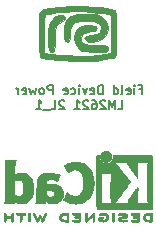
<source format=gbr>
G04 #@! TF.FileFunction,Legend,Bot*
%FSLAX46Y46*%
G04 Gerber Fmt 4.6, Leading zero omitted, Abs format (unit mm)*
G04 Created by KiCad (PCBNEW 4.0.7) date 11/01/17 14:12:36*
%MOMM*%
%LPD*%
G01*
G04 APERTURE LIST*
%ADD10C,0.076200*%
%ADD11C,0.127000*%
%ADD12C,0.100000*%
%ADD13C,0.010000*%
G04 APERTURE END LIST*
D10*
D11*
X186018714Y-105228571D02*
X186272714Y-105228571D01*
X186272714Y-105627714D02*
X186272714Y-104865714D01*
X185909857Y-104865714D01*
X185619571Y-105627714D02*
X185619571Y-105119714D01*
X185619571Y-104865714D02*
X185655857Y-104902000D01*
X185619571Y-104938286D01*
X185583286Y-104902000D01*
X185619571Y-104865714D01*
X185619571Y-104938286D01*
X184966429Y-105591429D02*
X185039000Y-105627714D01*
X185184143Y-105627714D01*
X185256714Y-105591429D01*
X185293000Y-105518857D01*
X185293000Y-105228571D01*
X185256714Y-105156000D01*
X185184143Y-105119714D01*
X185039000Y-105119714D01*
X184966429Y-105156000D01*
X184930143Y-105228571D01*
X184930143Y-105301143D01*
X185293000Y-105373714D01*
X184494714Y-105627714D02*
X184567286Y-105591429D01*
X184603571Y-105518857D01*
X184603571Y-104865714D01*
X183877857Y-105627714D02*
X183877857Y-104865714D01*
X183877857Y-105591429D02*
X183950428Y-105627714D01*
X184095571Y-105627714D01*
X184168143Y-105591429D01*
X184204428Y-105555143D01*
X184240714Y-105482571D01*
X184240714Y-105264857D01*
X184204428Y-105192286D01*
X184168143Y-105156000D01*
X184095571Y-105119714D01*
X183950428Y-105119714D01*
X183877857Y-105156000D01*
X182934428Y-105627714D02*
X182934428Y-104865714D01*
X182753000Y-104865714D01*
X182644143Y-104902000D01*
X182571571Y-104974571D01*
X182535286Y-105047143D01*
X182499000Y-105192286D01*
X182499000Y-105301143D01*
X182535286Y-105446286D01*
X182571571Y-105518857D01*
X182644143Y-105591429D01*
X182753000Y-105627714D01*
X182934428Y-105627714D01*
X181882143Y-105591429D02*
X181954714Y-105627714D01*
X182099857Y-105627714D01*
X182172428Y-105591429D01*
X182208714Y-105518857D01*
X182208714Y-105228571D01*
X182172428Y-105156000D01*
X182099857Y-105119714D01*
X181954714Y-105119714D01*
X181882143Y-105156000D01*
X181845857Y-105228571D01*
X181845857Y-105301143D01*
X182208714Y-105373714D01*
X181591857Y-105119714D02*
X181410428Y-105627714D01*
X181229000Y-105119714D01*
X180938714Y-105627714D02*
X180938714Y-105119714D01*
X180938714Y-104865714D02*
X180975000Y-104902000D01*
X180938714Y-104938286D01*
X180902429Y-104902000D01*
X180938714Y-104865714D01*
X180938714Y-104938286D01*
X180249286Y-105591429D02*
X180321857Y-105627714D01*
X180467000Y-105627714D01*
X180539572Y-105591429D01*
X180575857Y-105555143D01*
X180612143Y-105482571D01*
X180612143Y-105264857D01*
X180575857Y-105192286D01*
X180539572Y-105156000D01*
X180467000Y-105119714D01*
X180321857Y-105119714D01*
X180249286Y-105156000D01*
X179632429Y-105591429D02*
X179705000Y-105627714D01*
X179850143Y-105627714D01*
X179922714Y-105591429D01*
X179959000Y-105518857D01*
X179959000Y-105228571D01*
X179922714Y-105156000D01*
X179850143Y-105119714D01*
X179705000Y-105119714D01*
X179632429Y-105156000D01*
X179596143Y-105228571D01*
X179596143Y-105301143D01*
X179959000Y-105373714D01*
X178689000Y-105627714D02*
X178689000Y-104865714D01*
X178398715Y-104865714D01*
X178326143Y-104902000D01*
X178289858Y-104938286D01*
X178253572Y-105010857D01*
X178253572Y-105119714D01*
X178289858Y-105192286D01*
X178326143Y-105228571D01*
X178398715Y-105264857D01*
X178689000Y-105264857D01*
X177818143Y-105627714D02*
X177890715Y-105591429D01*
X177927000Y-105555143D01*
X177963286Y-105482571D01*
X177963286Y-105264857D01*
X177927000Y-105192286D01*
X177890715Y-105156000D01*
X177818143Y-105119714D01*
X177709286Y-105119714D01*
X177636715Y-105156000D01*
X177600429Y-105192286D01*
X177564143Y-105264857D01*
X177564143Y-105482571D01*
X177600429Y-105555143D01*
X177636715Y-105591429D01*
X177709286Y-105627714D01*
X177818143Y-105627714D01*
X177310143Y-105119714D02*
X177165000Y-105627714D01*
X177019857Y-105264857D01*
X176874714Y-105627714D01*
X176729571Y-105119714D01*
X176149000Y-105591429D02*
X176221571Y-105627714D01*
X176366714Y-105627714D01*
X176439285Y-105591429D01*
X176475571Y-105518857D01*
X176475571Y-105228571D01*
X176439285Y-105156000D01*
X176366714Y-105119714D01*
X176221571Y-105119714D01*
X176149000Y-105156000D01*
X176112714Y-105228571D01*
X176112714Y-105301143D01*
X176475571Y-105373714D01*
X175786142Y-105627714D02*
X175786142Y-105119714D01*
X175786142Y-105264857D02*
X175749857Y-105192286D01*
X175713571Y-105156000D01*
X175641000Y-105119714D01*
X175568428Y-105119714D01*
X184240712Y-106897714D02*
X184603569Y-106897714D01*
X184603569Y-106135714D01*
X183986712Y-106897714D02*
X183986712Y-106135714D01*
X183732712Y-106680000D01*
X183478712Y-106135714D01*
X183478712Y-106897714D01*
X183152141Y-106208286D02*
X183115855Y-106172000D01*
X183043284Y-106135714D01*
X182861855Y-106135714D01*
X182789284Y-106172000D01*
X182752998Y-106208286D01*
X182716713Y-106280857D01*
X182716713Y-106353429D01*
X182752998Y-106462286D01*
X183188427Y-106897714D01*
X182716713Y-106897714D01*
X182063570Y-106135714D02*
X182208713Y-106135714D01*
X182281284Y-106172000D01*
X182317570Y-106208286D01*
X182390141Y-106317143D01*
X182426427Y-106462286D01*
X182426427Y-106752571D01*
X182390141Y-106825143D01*
X182353856Y-106861429D01*
X182281284Y-106897714D01*
X182136141Y-106897714D01*
X182063570Y-106861429D01*
X182027284Y-106825143D01*
X181990999Y-106752571D01*
X181990999Y-106571143D01*
X182027284Y-106498571D01*
X182063570Y-106462286D01*
X182136141Y-106426000D01*
X182281284Y-106426000D01*
X182353856Y-106462286D01*
X182390141Y-106498571D01*
X182426427Y-106571143D01*
X181700713Y-106208286D02*
X181664427Y-106172000D01*
X181591856Y-106135714D01*
X181410427Y-106135714D01*
X181337856Y-106172000D01*
X181301570Y-106208286D01*
X181265285Y-106280857D01*
X181265285Y-106353429D01*
X181301570Y-106462286D01*
X181736999Y-106897714D01*
X181265285Y-106897714D01*
X180539571Y-106897714D02*
X180974999Y-106897714D01*
X180757285Y-106897714D02*
X180757285Y-106135714D01*
X180829856Y-106244571D01*
X180902428Y-106317143D01*
X180974999Y-106353429D01*
X179668714Y-106208286D02*
X179632428Y-106172000D01*
X179559857Y-106135714D01*
X179378428Y-106135714D01*
X179305857Y-106172000D01*
X179269571Y-106208286D01*
X179233286Y-106280857D01*
X179233286Y-106353429D01*
X179269571Y-106462286D01*
X179705000Y-106897714D01*
X179233286Y-106897714D01*
X178543857Y-106897714D02*
X178906714Y-106897714D01*
X178906714Y-106135714D01*
X178471286Y-106970286D02*
X177890715Y-106970286D01*
X177310144Y-106897714D02*
X177745572Y-106897714D01*
X177527858Y-106897714D02*
X177527858Y-106135714D01*
X177600429Y-106244571D01*
X177673001Y-106317143D01*
X177745572Y-106353429D01*
D12*
G36*
X177543622Y-99713418D02*
X177545762Y-100307076D01*
X177546000Y-100491945D01*
X177547968Y-101132217D01*
X177554635Y-101622453D01*
X177567144Y-101981914D01*
X177586639Y-102229861D01*
X177614265Y-102385554D01*
X177651165Y-102468252D01*
X177664169Y-102481670D01*
X177831404Y-102553142D01*
X177969333Y-102583474D01*
X177969333Y-102129748D01*
X177969333Y-100536371D01*
X177973389Y-100015909D01*
X177984750Y-99566332D01*
X178002205Y-99212665D01*
X178024547Y-98979937D01*
X178048725Y-98893926D01*
X178160173Y-98863092D01*
X178402448Y-98816619D01*
X178738507Y-98761095D01*
X179085892Y-98709485D01*
X179714360Y-98647536D01*
X180441949Y-98619245D01*
X181211863Y-98623497D01*
X181967308Y-98659179D01*
X182651486Y-98725176D01*
X183049333Y-98787237D01*
X183599667Y-98891859D01*
X183622634Y-100513143D01*
X183645601Y-102134426D01*
X183072301Y-102225198D01*
X182736387Y-102277928D01*
X182431576Y-102325002D01*
X182245000Y-102353091D01*
X182004831Y-102370739D01*
X181633475Y-102377161D01*
X181168617Y-102373617D01*
X180647943Y-102361364D01*
X180109138Y-102341660D01*
X179589888Y-102315761D01*
X179127878Y-102284926D01*
X178760794Y-102250412D01*
X178625500Y-102232306D01*
X177969333Y-102129748D01*
X177969333Y-102583474D01*
X178140725Y-102621166D01*
X178564887Y-102683037D01*
X179076644Y-102736051D01*
X179648751Y-102777504D01*
X180253961Y-102804692D01*
X180865031Y-102814910D01*
X181017333Y-102814483D01*
X181502331Y-102809260D01*
X181941111Y-102801201D01*
X182299846Y-102791183D01*
X182544708Y-102780080D01*
X182626000Y-102772816D01*
X183132572Y-102689236D01*
X183540361Y-102606708D01*
X183825538Y-102530632D01*
X183959500Y-102470674D01*
X183996535Y-102392849D01*
X184024694Y-102217790D01*
X184044802Y-101930075D01*
X184057683Y-101514284D01*
X184064163Y-100954996D01*
X184065333Y-100491945D01*
X184064382Y-99875599D01*
X184060423Y-99407164D01*
X184051800Y-99065224D01*
X184036856Y-98828362D01*
X184013934Y-98675160D01*
X183981378Y-98584203D01*
X183937532Y-98534073D01*
X183912688Y-98518597D01*
X183646800Y-98425179D01*
X183241239Y-98345175D01*
X182725227Y-98279830D01*
X182127985Y-98230389D01*
X181478736Y-98198099D01*
X180806702Y-98184204D01*
X180141104Y-98189950D01*
X179511166Y-98216582D01*
X178946109Y-98265346D01*
X178707807Y-98296783D01*
X178342342Y-98348423D01*
X178062238Y-98393352D01*
X177856234Y-98452847D01*
X177713071Y-98548182D01*
X177621488Y-98700632D01*
X177570225Y-98931471D01*
X177548023Y-99261975D01*
X177543622Y-99713418D01*
X177543622Y-99713418D01*
X177543622Y-99713418D01*
G37*
X177543622Y-99713418D02*
X177545762Y-100307076D01*
X177546000Y-100491945D01*
X177547968Y-101132217D01*
X177554635Y-101622453D01*
X177567144Y-101981914D01*
X177586639Y-102229861D01*
X177614265Y-102385554D01*
X177651165Y-102468252D01*
X177664169Y-102481670D01*
X177831404Y-102553142D01*
X177969333Y-102583474D01*
X177969333Y-102129748D01*
X177969333Y-100536371D01*
X177973389Y-100015909D01*
X177984750Y-99566332D01*
X178002205Y-99212665D01*
X178024547Y-98979937D01*
X178048725Y-98893926D01*
X178160173Y-98863092D01*
X178402448Y-98816619D01*
X178738507Y-98761095D01*
X179085892Y-98709485D01*
X179714360Y-98647536D01*
X180441949Y-98619245D01*
X181211863Y-98623497D01*
X181967308Y-98659179D01*
X182651486Y-98725176D01*
X183049333Y-98787237D01*
X183599667Y-98891859D01*
X183622634Y-100513143D01*
X183645601Y-102134426D01*
X183072301Y-102225198D01*
X182736387Y-102277928D01*
X182431576Y-102325002D01*
X182245000Y-102353091D01*
X182004831Y-102370739D01*
X181633475Y-102377161D01*
X181168617Y-102373617D01*
X180647943Y-102361364D01*
X180109138Y-102341660D01*
X179589888Y-102315761D01*
X179127878Y-102284926D01*
X178760794Y-102250412D01*
X178625500Y-102232306D01*
X177969333Y-102129748D01*
X177969333Y-102583474D01*
X178140725Y-102621166D01*
X178564887Y-102683037D01*
X179076644Y-102736051D01*
X179648751Y-102777504D01*
X180253961Y-102804692D01*
X180865031Y-102814910D01*
X181017333Y-102814483D01*
X181502331Y-102809260D01*
X181941111Y-102801201D01*
X182299846Y-102791183D01*
X182544708Y-102780080D01*
X182626000Y-102772816D01*
X183132572Y-102689236D01*
X183540361Y-102606708D01*
X183825538Y-102530632D01*
X183959500Y-102470674D01*
X183996535Y-102392849D01*
X184024694Y-102217790D01*
X184044802Y-101930075D01*
X184057683Y-101514284D01*
X184064163Y-100954996D01*
X184065333Y-100491945D01*
X184064382Y-99875599D01*
X184060423Y-99407164D01*
X184051800Y-99065224D01*
X184036856Y-98828362D01*
X184013934Y-98675160D01*
X183981378Y-98584203D01*
X183937532Y-98534073D01*
X183912688Y-98518597D01*
X183646800Y-98425179D01*
X183241239Y-98345175D01*
X182725227Y-98279830D01*
X182127985Y-98230389D01*
X181478736Y-98198099D01*
X180806702Y-98184204D01*
X180141104Y-98189950D01*
X179511166Y-98216582D01*
X178946109Y-98265346D01*
X178707807Y-98296783D01*
X178342342Y-98348423D01*
X178062238Y-98393352D01*
X177856234Y-98452847D01*
X177713071Y-98548182D01*
X177621488Y-98700632D01*
X177570225Y-98931471D01*
X177548023Y-99261975D01*
X177543622Y-99713418D01*
X177543622Y-99713418D01*
G36*
X180505330Y-100858396D02*
X180552811Y-101241950D01*
X180717553Y-101591481D01*
X180991839Y-101860811D01*
X181133097Y-101934168D01*
X181321433Y-101984105D01*
X181592285Y-102015878D01*
X181981089Y-102034742D01*
X182202667Y-102040393D01*
X182599061Y-102044691D01*
X182937353Y-102040729D01*
X183179130Y-102029450D01*
X183282167Y-102013953D01*
X183371029Y-101896885D01*
X183379116Y-101718760D01*
X183311306Y-101564596D01*
X183254075Y-101524391D01*
X183115273Y-101502378D01*
X182851201Y-101485077D01*
X182505907Y-101474813D01*
X182280409Y-101473000D01*
X181798865Y-101457429D01*
X181462329Y-101403481D01*
X181248728Y-101300299D01*
X181135987Y-101137028D01*
X181102033Y-100902811D01*
X181102000Y-100893455D01*
X181168498Y-100629492D01*
X181373142Y-100442644D01*
X181723658Y-100327320D01*
X181925076Y-100297904D01*
X182200639Y-100262063D01*
X182347307Y-100216056D01*
X182405127Y-100138255D01*
X182414333Y-100033666D01*
X182403369Y-99919268D01*
X182345036Y-99852955D01*
X182201176Y-99818166D01*
X181933631Y-99798341D01*
X181864000Y-99794817D01*
X181447720Y-99798844D01*
X181148020Y-99863245D01*
X181053721Y-99905786D01*
X180757058Y-100150094D01*
X180573837Y-100481037D01*
X180505330Y-100858396D01*
X180505330Y-100858396D01*
X180505330Y-100858396D01*
G37*
X180505330Y-100858396D02*
X180552811Y-101241950D01*
X180717553Y-101591481D01*
X180991839Y-101860811D01*
X181133097Y-101934168D01*
X181321433Y-101984105D01*
X181592285Y-102015878D01*
X181981089Y-102034742D01*
X182202667Y-102040393D01*
X182599061Y-102044691D01*
X182937353Y-102040729D01*
X183179130Y-102029450D01*
X183282167Y-102013953D01*
X183371029Y-101896885D01*
X183379116Y-101718760D01*
X183311306Y-101564596D01*
X183254075Y-101524391D01*
X183115273Y-101502378D01*
X182851201Y-101485077D01*
X182505907Y-101474813D01*
X182280409Y-101473000D01*
X181798865Y-101457429D01*
X181462329Y-101403481D01*
X181248728Y-101300299D01*
X181135987Y-101137028D01*
X181102033Y-100902811D01*
X181102000Y-100893455D01*
X181168498Y-100629492D01*
X181373142Y-100442644D01*
X181723658Y-100327320D01*
X181925076Y-100297904D01*
X182200639Y-100262063D01*
X182347307Y-100216056D01*
X182405127Y-100138255D01*
X182414333Y-100033666D01*
X182403369Y-99919268D01*
X182345036Y-99852955D01*
X182201176Y-99818166D01*
X181933631Y-99798341D01*
X181864000Y-99794817D01*
X181447720Y-99798844D01*
X181148020Y-99863245D01*
X181053721Y-99905786D01*
X180757058Y-100150094D01*
X180573837Y-100481037D01*
X180505330Y-100858396D01*
X180505330Y-100858396D01*
G36*
X178308932Y-100949399D02*
X178328862Y-101472157D01*
X178389661Y-101835069D01*
X178490706Y-102036846D01*
X178631376Y-102076203D01*
X178799067Y-101964066D01*
X178852318Y-101818488D01*
X178886314Y-101511882D01*
X178900324Y-101051537D01*
X178900667Y-100952050D01*
X178909236Y-100554735D01*
X178932370Y-100202407D01*
X178966210Y-99940877D01*
X178994759Y-99835124D01*
X179138325Y-99665654D01*
X179372672Y-99518565D01*
X179418092Y-99499284D01*
X179639162Y-99388786D01*
X179733993Y-99262972D01*
X179747333Y-99157685D01*
X179683361Y-98981243D01*
X179515431Y-98897667D01*
X179279525Y-98904481D01*
X179011626Y-98999205D01*
X178747716Y-99179361D01*
X178693722Y-99230255D01*
X178542440Y-99406985D01*
X178435784Y-99606797D01*
X178366483Y-99862186D01*
X178327263Y-100205649D01*
X178310851Y-100669682D01*
X178308932Y-100949399D01*
X178308932Y-100949399D01*
X178308932Y-100949399D01*
G37*
X178308932Y-100949399D02*
X178328862Y-101472157D01*
X178389661Y-101835069D01*
X178490706Y-102036846D01*
X178631376Y-102076203D01*
X178799067Y-101964066D01*
X178852318Y-101818488D01*
X178886314Y-101511882D01*
X178900324Y-101051537D01*
X178900667Y-100952050D01*
X178909236Y-100554735D01*
X178932370Y-100202407D01*
X178966210Y-99940877D01*
X178994759Y-99835124D01*
X179138325Y-99665654D01*
X179372672Y-99518565D01*
X179418092Y-99499284D01*
X179639162Y-99388786D01*
X179733993Y-99262972D01*
X179747333Y-99157685D01*
X179683361Y-98981243D01*
X179515431Y-98897667D01*
X179279525Y-98904481D01*
X179011626Y-98999205D01*
X178747716Y-99179361D01*
X178693722Y-99230255D01*
X178542440Y-99406985D01*
X178435784Y-99606797D01*
X178366483Y-99862186D01*
X178327263Y-100205649D01*
X178310851Y-100669682D01*
X178308932Y-100949399D01*
X178308932Y-100949399D01*
G36*
X179652801Y-100583520D02*
X179676826Y-100880519D01*
X179728783Y-101090327D01*
X179789667Y-101164951D01*
X179981695Y-101195023D01*
X180102143Y-101098621D01*
X180160889Y-100861874D01*
X180170667Y-100629909D01*
X180205746Y-100134412D01*
X180313015Y-99784937D01*
X180495521Y-99572931D01*
X180559865Y-99537336D01*
X180737306Y-99494401D01*
X181032414Y-99461319D01*
X181393592Y-99443058D01*
X181560233Y-99441000D01*
X181951858Y-99446548D01*
X182216654Y-99468080D01*
X182396902Y-99512927D01*
X182534886Y-99588422D01*
X182572249Y-99616478D01*
X182751246Y-99845739D01*
X182788798Y-100108950D01*
X182681614Y-100355950D01*
X182624688Y-100415854D01*
X182401794Y-100530454D01*
X182052358Y-100601508D01*
X181968521Y-100609644D01*
X181604152Y-100666077D01*
X181403352Y-100763606D01*
X181365192Y-100903155D01*
X181488743Y-101085647D01*
X181489048Y-101085952D01*
X181686147Y-101183949D01*
X182008777Y-101201715D01*
X182468879Y-101139860D01*
X182485249Y-101136719D01*
X182864998Y-100990080D01*
X183143444Y-100738501D01*
X183316504Y-100415686D01*
X183380099Y-100055335D01*
X183330146Y-99691151D01*
X183162565Y-99356837D01*
X182873274Y-99086094D01*
X182742472Y-99012569D01*
X182559140Y-98933187D01*
X182375711Y-98882824D01*
X182150663Y-98856875D01*
X181842472Y-98850734D01*
X181409616Y-98859796D01*
X181374509Y-98860852D01*
X180881514Y-98883266D01*
X180523565Y-98923823D01*
X180266477Y-98994716D01*
X180076068Y-99108137D01*
X179918155Y-99276277D01*
X179820375Y-99415171D01*
X179740495Y-99615154D01*
X179685418Y-99906259D01*
X179655926Y-100243907D01*
X179652801Y-100583520D01*
X179652801Y-100583520D01*
X179652801Y-100583520D01*
G37*
X179652801Y-100583520D02*
X179676826Y-100880519D01*
X179728783Y-101090327D01*
X179789667Y-101164951D01*
X179981695Y-101195023D01*
X180102143Y-101098621D01*
X180160889Y-100861874D01*
X180170667Y-100629909D01*
X180205746Y-100134412D01*
X180313015Y-99784937D01*
X180495521Y-99572931D01*
X180559865Y-99537336D01*
X180737306Y-99494401D01*
X181032414Y-99461319D01*
X181393592Y-99443058D01*
X181560233Y-99441000D01*
X181951858Y-99446548D01*
X182216654Y-99468080D01*
X182396902Y-99512927D01*
X182534886Y-99588422D01*
X182572249Y-99616478D01*
X182751246Y-99845739D01*
X182788798Y-100108950D01*
X182681614Y-100355950D01*
X182624688Y-100415854D01*
X182401794Y-100530454D01*
X182052358Y-100601508D01*
X181968521Y-100609644D01*
X181604152Y-100666077D01*
X181403352Y-100763606D01*
X181365192Y-100903155D01*
X181488743Y-101085647D01*
X181489048Y-101085952D01*
X181686147Y-101183949D01*
X182008777Y-101201715D01*
X182468879Y-101139860D01*
X182485249Y-101136719D01*
X182864998Y-100990080D01*
X183143444Y-100738501D01*
X183316504Y-100415686D01*
X183380099Y-100055335D01*
X183330146Y-99691151D01*
X183162565Y-99356837D01*
X182873274Y-99086094D01*
X182742472Y-99012569D01*
X182559140Y-98933187D01*
X182375711Y-98882824D01*
X182150663Y-98856875D01*
X181842472Y-98850734D01*
X181409616Y-98859796D01*
X181374509Y-98860852D01*
X180881514Y-98883266D01*
X180523565Y-98923823D01*
X180266477Y-98994716D01*
X180076068Y-99108137D01*
X179918155Y-99276277D01*
X179820375Y-99415171D01*
X179740495Y-99615154D01*
X179685418Y-99906259D01*
X179655926Y-100243907D01*
X179652801Y-100583520D01*
X179652801Y-100583520D01*
D13*
G36*
X186969371Y-115680066D02*
X186929889Y-115680467D01*
X186814200Y-115683259D01*
X186717311Y-115691550D01*
X186635919Y-115706232D01*
X186566723Y-115728193D01*
X186506420Y-115758322D01*
X186451708Y-115797510D01*
X186432167Y-115814532D01*
X186399750Y-115854363D01*
X186370520Y-115908413D01*
X186347991Y-115968323D01*
X186335679Y-116025739D01*
X186334400Y-116046956D01*
X186342417Y-116105769D01*
X186363899Y-116170013D01*
X186394999Y-116230821D01*
X186431866Y-116279330D01*
X186437854Y-116285182D01*
X186488579Y-116326321D01*
X186544125Y-116358435D01*
X186607696Y-116382365D01*
X186682494Y-116398953D01*
X186771722Y-116409041D01*
X186878582Y-116413469D01*
X186927528Y-116413845D01*
X186989762Y-116413545D01*
X187033528Y-116412292D01*
X187062931Y-116409554D01*
X187082079Y-116404801D01*
X187095077Y-116397501D01*
X187102045Y-116391267D01*
X187108626Y-116383694D01*
X187113788Y-116373924D01*
X187117703Y-116359340D01*
X187120543Y-116337326D01*
X187122480Y-116305264D01*
X187123684Y-116260536D01*
X187124328Y-116200526D01*
X187124583Y-116122617D01*
X187124622Y-116046956D01*
X187124870Y-115946041D01*
X187124817Y-115865427D01*
X187123857Y-115826822D01*
X186977867Y-115826822D01*
X186977867Y-116267089D01*
X186884734Y-116267004D01*
X186828693Y-116265396D01*
X186769999Y-116261256D01*
X186721028Y-116255464D01*
X186719538Y-116255226D01*
X186640392Y-116236090D01*
X186579002Y-116206287D01*
X186532305Y-116163878D01*
X186502635Y-116117961D01*
X186484353Y-116067026D01*
X186485771Y-116019200D01*
X186506988Y-115967933D01*
X186548489Y-115914899D01*
X186605998Y-115875600D01*
X186680750Y-115849331D01*
X186730708Y-115840035D01*
X186787416Y-115833507D01*
X186847519Y-115828782D01*
X186898639Y-115826817D01*
X186901667Y-115826808D01*
X186977867Y-115826822D01*
X187123857Y-115826822D01*
X187123260Y-115802851D01*
X187118998Y-115756055D01*
X187110830Y-115722778D01*
X187097556Y-115700759D01*
X187077974Y-115687739D01*
X187050883Y-115681457D01*
X187015082Y-115679653D01*
X186969371Y-115680066D01*
X186969371Y-115680066D01*
G37*
X186969371Y-115680066D02*
X186929889Y-115680467D01*
X186814200Y-115683259D01*
X186717311Y-115691550D01*
X186635919Y-115706232D01*
X186566723Y-115728193D01*
X186506420Y-115758322D01*
X186451708Y-115797510D01*
X186432167Y-115814532D01*
X186399750Y-115854363D01*
X186370520Y-115908413D01*
X186347991Y-115968323D01*
X186335679Y-116025739D01*
X186334400Y-116046956D01*
X186342417Y-116105769D01*
X186363899Y-116170013D01*
X186394999Y-116230821D01*
X186431866Y-116279330D01*
X186437854Y-116285182D01*
X186488579Y-116326321D01*
X186544125Y-116358435D01*
X186607696Y-116382365D01*
X186682494Y-116398953D01*
X186771722Y-116409041D01*
X186878582Y-116413469D01*
X186927528Y-116413845D01*
X186989762Y-116413545D01*
X187033528Y-116412292D01*
X187062931Y-116409554D01*
X187082079Y-116404801D01*
X187095077Y-116397501D01*
X187102045Y-116391267D01*
X187108626Y-116383694D01*
X187113788Y-116373924D01*
X187117703Y-116359340D01*
X187120543Y-116337326D01*
X187122480Y-116305264D01*
X187123684Y-116260536D01*
X187124328Y-116200526D01*
X187124583Y-116122617D01*
X187124622Y-116046956D01*
X187124870Y-115946041D01*
X187124817Y-115865427D01*
X187123857Y-115826822D01*
X186977867Y-115826822D01*
X186977867Y-116267089D01*
X186884734Y-116267004D01*
X186828693Y-116265396D01*
X186769999Y-116261256D01*
X186721028Y-116255464D01*
X186719538Y-116255226D01*
X186640392Y-116236090D01*
X186579002Y-116206287D01*
X186532305Y-116163878D01*
X186502635Y-116117961D01*
X186484353Y-116067026D01*
X186485771Y-116019200D01*
X186506988Y-115967933D01*
X186548489Y-115914899D01*
X186605998Y-115875600D01*
X186680750Y-115849331D01*
X186730708Y-115840035D01*
X186787416Y-115833507D01*
X186847519Y-115828782D01*
X186898639Y-115826817D01*
X186901667Y-115826808D01*
X186977867Y-115826822D01*
X187123857Y-115826822D01*
X187123260Y-115802851D01*
X187118998Y-115756055D01*
X187110830Y-115722778D01*
X187097556Y-115700759D01*
X187077974Y-115687739D01*
X187050883Y-115681457D01*
X187015082Y-115679653D01*
X186969371Y-115680066D01*
G36*
X185560794Y-115680146D02*
X185491386Y-115680518D01*
X185438997Y-115681385D01*
X185400847Y-115682946D01*
X185374159Y-115685403D01*
X185356153Y-115688957D01*
X185344049Y-115693810D01*
X185335069Y-115700161D01*
X185331818Y-115703084D01*
X185312043Y-115734142D01*
X185308482Y-115769828D01*
X185321491Y-115801510D01*
X185327506Y-115807913D01*
X185337235Y-115814121D01*
X185352901Y-115818910D01*
X185377408Y-115822514D01*
X185413661Y-115825164D01*
X185464565Y-115827095D01*
X185533026Y-115828539D01*
X185595617Y-115829418D01*
X185843334Y-115832467D01*
X185846719Y-115897378D01*
X185850105Y-115962289D01*
X185681958Y-115962289D01*
X185608959Y-115962919D01*
X185555517Y-115965553D01*
X185518628Y-115971309D01*
X185495288Y-115981304D01*
X185482494Y-115996656D01*
X185477242Y-116018482D01*
X185476445Y-116038738D01*
X185478923Y-116063592D01*
X185488277Y-116081906D01*
X185507383Y-116094637D01*
X185539118Y-116102741D01*
X185586359Y-116107176D01*
X185651983Y-116108899D01*
X185687801Y-116109045D01*
X185848978Y-116109045D01*
X185848978Y-116267089D01*
X185600622Y-116267089D01*
X185519213Y-116267202D01*
X185457342Y-116267712D01*
X185411968Y-116268870D01*
X185380054Y-116270930D01*
X185358559Y-116274146D01*
X185344443Y-116278772D01*
X185334668Y-116285059D01*
X185329689Y-116289667D01*
X185312610Y-116316560D01*
X185307111Y-116340467D01*
X185314963Y-116369667D01*
X185329689Y-116391267D01*
X185337546Y-116398066D01*
X185347688Y-116403346D01*
X185362844Y-116407298D01*
X185385741Y-116410113D01*
X185419109Y-116411982D01*
X185465675Y-116413098D01*
X185528167Y-116413651D01*
X185609314Y-116413833D01*
X185651422Y-116413845D01*
X185741598Y-116413765D01*
X185811924Y-116413398D01*
X185865129Y-116412552D01*
X185903940Y-116411036D01*
X185931087Y-116408659D01*
X185949298Y-116405229D01*
X185961300Y-116400554D01*
X185969822Y-116394444D01*
X185973156Y-116391267D01*
X185979755Y-116383670D01*
X185984927Y-116373870D01*
X185988846Y-116359239D01*
X185991684Y-116337152D01*
X185993615Y-116304982D01*
X185994812Y-116260103D01*
X185995448Y-116199889D01*
X185995697Y-116121713D01*
X185995734Y-116048923D01*
X185995700Y-115955707D01*
X185995465Y-115882431D01*
X185994830Y-115826458D01*
X185993594Y-115785151D01*
X185991556Y-115755872D01*
X185988517Y-115735984D01*
X185984277Y-115722850D01*
X185978635Y-115713832D01*
X185971391Y-115706293D01*
X185969606Y-115704612D01*
X185960945Y-115697172D01*
X185950882Y-115691409D01*
X185936625Y-115687112D01*
X185915383Y-115684064D01*
X185884364Y-115682051D01*
X185840777Y-115680860D01*
X185781831Y-115680275D01*
X185704734Y-115680083D01*
X185650001Y-115680067D01*
X185560794Y-115680146D01*
X185560794Y-115680146D01*
G37*
X185560794Y-115680146D02*
X185491386Y-115680518D01*
X185438997Y-115681385D01*
X185400847Y-115682946D01*
X185374159Y-115685403D01*
X185356153Y-115688957D01*
X185344049Y-115693810D01*
X185335069Y-115700161D01*
X185331818Y-115703084D01*
X185312043Y-115734142D01*
X185308482Y-115769828D01*
X185321491Y-115801510D01*
X185327506Y-115807913D01*
X185337235Y-115814121D01*
X185352901Y-115818910D01*
X185377408Y-115822514D01*
X185413661Y-115825164D01*
X185464565Y-115827095D01*
X185533026Y-115828539D01*
X185595617Y-115829418D01*
X185843334Y-115832467D01*
X185846719Y-115897378D01*
X185850105Y-115962289D01*
X185681958Y-115962289D01*
X185608959Y-115962919D01*
X185555517Y-115965553D01*
X185518628Y-115971309D01*
X185495288Y-115981304D01*
X185482494Y-115996656D01*
X185477242Y-116018482D01*
X185476445Y-116038738D01*
X185478923Y-116063592D01*
X185488277Y-116081906D01*
X185507383Y-116094637D01*
X185539118Y-116102741D01*
X185586359Y-116107176D01*
X185651983Y-116108899D01*
X185687801Y-116109045D01*
X185848978Y-116109045D01*
X185848978Y-116267089D01*
X185600622Y-116267089D01*
X185519213Y-116267202D01*
X185457342Y-116267712D01*
X185411968Y-116268870D01*
X185380054Y-116270930D01*
X185358559Y-116274146D01*
X185344443Y-116278772D01*
X185334668Y-116285059D01*
X185329689Y-116289667D01*
X185312610Y-116316560D01*
X185307111Y-116340467D01*
X185314963Y-116369667D01*
X185329689Y-116391267D01*
X185337546Y-116398066D01*
X185347688Y-116403346D01*
X185362844Y-116407298D01*
X185385741Y-116410113D01*
X185419109Y-116411982D01*
X185465675Y-116413098D01*
X185528167Y-116413651D01*
X185609314Y-116413833D01*
X185651422Y-116413845D01*
X185741598Y-116413765D01*
X185811924Y-116413398D01*
X185865129Y-116412552D01*
X185903940Y-116411036D01*
X185931087Y-116408659D01*
X185949298Y-116405229D01*
X185961300Y-116400554D01*
X185969822Y-116394444D01*
X185973156Y-116391267D01*
X185979755Y-116383670D01*
X185984927Y-116373870D01*
X185988846Y-116359239D01*
X185991684Y-116337152D01*
X185993615Y-116304982D01*
X185994812Y-116260103D01*
X185995448Y-116199889D01*
X185995697Y-116121713D01*
X185995734Y-116048923D01*
X185995700Y-115955707D01*
X185995465Y-115882431D01*
X185994830Y-115826458D01*
X185993594Y-115785151D01*
X185991556Y-115755872D01*
X185988517Y-115735984D01*
X185984277Y-115722850D01*
X185978635Y-115713832D01*
X185971391Y-115706293D01*
X185969606Y-115704612D01*
X185960945Y-115697172D01*
X185950882Y-115691409D01*
X185936625Y-115687112D01*
X185915383Y-115684064D01*
X185884364Y-115682051D01*
X185840777Y-115680860D01*
X185781831Y-115680275D01*
X185704734Y-115680083D01*
X185650001Y-115680067D01*
X185560794Y-115680146D01*
G36*
X184539703Y-115681351D02*
X184464888Y-115686581D01*
X184395306Y-115694750D01*
X184335002Y-115705550D01*
X184288020Y-115718673D01*
X184258406Y-115733813D01*
X184253860Y-115738269D01*
X184238054Y-115772850D01*
X184242847Y-115808351D01*
X184267364Y-115838725D01*
X184268534Y-115839596D01*
X184282954Y-115848954D01*
X184298008Y-115853876D01*
X184319005Y-115854473D01*
X184351257Y-115850861D01*
X184400073Y-115843154D01*
X184404000Y-115842505D01*
X184476739Y-115833569D01*
X184555217Y-115829161D01*
X184633927Y-115829119D01*
X184707361Y-115833279D01*
X184770011Y-115841479D01*
X184816370Y-115853557D01*
X184819416Y-115854771D01*
X184853048Y-115873615D01*
X184864864Y-115892685D01*
X184855614Y-115911439D01*
X184826047Y-115929337D01*
X184776911Y-115945837D01*
X184708957Y-115960396D01*
X184663645Y-115967406D01*
X184569456Y-115980889D01*
X184494544Y-115993214D01*
X184435717Y-116005449D01*
X184389785Y-116018661D01*
X184353555Y-116033917D01*
X184323838Y-116052285D01*
X184297442Y-116074831D01*
X184276230Y-116096971D01*
X184251065Y-116127819D01*
X184238681Y-116154345D01*
X184234808Y-116187026D01*
X184234667Y-116198995D01*
X184237576Y-116238712D01*
X184249202Y-116268259D01*
X184269323Y-116294486D01*
X184310216Y-116334576D01*
X184355817Y-116365149D01*
X184409513Y-116387203D01*
X184474692Y-116401735D01*
X184554744Y-116409741D01*
X184653057Y-116412218D01*
X184669289Y-116412177D01*
X184734849Y-116410818D01*
X184799866Y-116407730D01*
X184857252Y-116403356D01*
X184899922Y-116398140D01*
X184903372Y-116397541D01*
X184945796Y-116387491D01*
X184981780Y-116374796D01*
X185002150Y-116363190D01*
X185021107Y-116332572D01*
X185022427Y-116296918D01*
X185006085Y-116265144D01*
X185002429Y-116261551D01*
X184987315Y-116250876D01*
X184968415Y-116246276D01*
X184939162Y-116247059D01*
X184903651Y-116251127D01*
X184863970Y-116254762D01*
X184808345Y-116257828D01*
X184743406Y-116260053D01*
X184675785Y-116261164D01*
X184658000Y-116261237D01*
X184590128Y-116260964D01*
X184540454Y-116259646D01*
X184504610Y-116256827D01*
X184478224Y-116252050D01*
X184456926Y-116244857D01*
X184444126Y-116238867D01*
X184416000Y-116222233D01*
X184398068Y-116207168D01*
X184395447Y-116202897D01*
X184400976Y-116185263D01*
X184427260Y-116168192D01*
X184472478Y-116152458D01*
X184534808Y-116138838D01*
X184553171Y-116135804D01*
X184649090Y-116120738D01*
X184725641Y-116108146D01*
X184785780Y-116097111D01*
X184832460Y-116086720D01*
X184868637Y-116076056D01*
X184897265Y-116064205D01*
X184921298Y-116050251D01*
X184943692Y-116033281D01*
X184967402Y-116012378D01*
X184975380Y-116005049D01*
X185003353Y-115977699D01*
X185018160Y-115956029D01*
X185023952Y-115931232D01*
X185024889Y-115899983D01*
X185014575Y-115838705D01*
X184983752Y-115786640D01*
X184932595Y-115743958D01*
X184861283Y-115710825D01*
X184810400Y-115695964D01*
X184755100Y-115686366D01*
X184688853Y-115680936D01*
X184615706Y-115679367D01*
X184539703Y-115681351D01*
X184539703Y-115681351D01*
G37*
X184539703Y-115681351D02*
X184464888Y-115686581D01*
X184395306Y-115694750D01*
X184335002Y-115705550D01*
X184288020Y-115718673D01*
X184258406Y-115733813D01*
X184253860Y-115738269D01*
X184238054Y-115772850D01*
X184242847Y-115808351D01*
X184267364Y-115838725D01*
X184268534Y-115839596D01*
X184282954Y-115848954D01*
X184298008Y-115853876D01*
X184319005Y-115854473D01*
X184351257Y-115850861D01*
X184400073Y-115843154D01*
X184404000Y-115842505D01*
X184476739Y-115833569D01*
X184555217Y-115829161D01*
X184633927Y-115829119D01*
X184707361Y-115833279D01*
X184770011Y-115841479D01*
X184816370Y-115853557D01*
X184819416Y-115854771D01*
X184853048Y-115873615D01*
X184864864Y-115892685D01*
X184855614Y-115911439D01*
X184826047Y-115929337D01*
X184776911Y-115945837D01*
X184708957Y-115960396D01*
X184663645Y-115967406D01*
X184569456Y-115980889D01*
X184494544Y-115993214D01*
X184435717Y-116005449D01*
X184389785Y-116018661D01*
X184353555Y-116033917D01*
X184323838Y-116052285D01*
X184297442Y-116074831D01*
X184276230Y-116096971D01*
X184251065Y-116127819D01*
X184238681Y-116154345D01*
X184234808Y-116187026D01*
X184234667Y-116198995D01*
X184237576Y-116238712D01*
X184249202Y-116268259D01*
X184269323Y-116294486D01*
X184310216Y-116334576D01*
X184355817Y-116365149D01*
X184409513Y-116387203D01*
X184474692Y-116401735D01*
X184554744Y-116409741D01*
X184653057Y-116412218D01*
X184669289Y-116412177D01*
X184734849Y-116410818D01*
X184799866Y-116407730D01*
X184857252Y-116403356D01*
X184899922Y-116398140D01*
X184903372Y-116397541D01*
X184945796Y-116387491D01*
X184981780Y-116374796D01*
X185002150Y-116363190D01*
X185021107Y-116332572D01*
X185022427Y-116296918D01*
X185006085Y-116265144D01*
X185002429Y-116261551D01*
X184987315Y-116250876D01*
X184968415Y-116246276D01*
X184939162Y-116247059D01*
X184903651Y-116251127D01*
X184863970Y-116254762D01*
X184808345Y-116257828D01*
X184743406Y-116260053D01*
X184675785Y-116261164D01*
X184658000Y-116261237D01*
X184590128Y-116260964D01*
X184540454Y-116259646D01*
X184504610Y-116256827D01*
X184478224Y-116252050D01*
X184456926Y-116244857D01*
X184444126Y-116238867D01*
X184416000Y-116222233D01*
X184398068Y-116207168D01*
X184395447Y-116202897D01*
X184400976Y-116185263D01*
X184427260Y-116168192D01*
X184472478Y-116152458D01*
X184534808Y-116138838D01*
X184553171Y-116135804D01*
X184649090Y-116120738D01*
X184725641Y-116108146D01*
X184785780Y-116097111D01*
X184832460Y-116086720D01*
X184868637Y-116076056D01*
X184897265Y-116064205D01*
X184921298Y-116050251D01*
X184943692Y-116033281D01*
X184967402Y-116012378D01*
X184975380Y-116005049D01*
X185003353Y-115977699D01*
X185018160Y-115956029D01*
X185023952Y-115931232D01*
X185024889Y-115899983D01*
X185014575Y-115838705D01*
X184983752Y-115786640D01*
X184932595Y-115743958D01*
X184861283Y-115710825D01*
X184810400Y-115695964D01*
X184755100Y-115686366D01*
X184688853Y-115680936D01*
X184615706Y-115679367D01*
X184539703Y-115681351D01*
G36*
X183771822Y-115702645D02*
X183765242Y-115710218D01*
X183760079Y-115719987D01*
X183756164Y-115734571D01*
X183753324Y-115756585D01*
X183751387Y-115788648D01*
X183750183Y-115833375D01*
X183749539Y-115893385D01*
X183749284Y-115971294D01*
X183749245Y-116046956D01*
X183749314Y-116140802D01*
X183749638Y-116214689D01*
X183750386Y-116271232D01*
X183751732Y-116313049D01*
X183753846Y-116342757D01*
X183756900Y-116362973D01*
X183761066Y-116376314D01*
X183766516Y-116385398D01*
X183771822Y-116391267D01*
X183804826Y-116410947D01*
X183839991Y-116409181D01*
X183871455Y-116387717D01*
X183878684Y-116379337D01*
X183884334Y-116369614D01*
X183888599Y-116355861D01*
X183891673Y-116335389D01*
X183893752Y-116305512D01*
X183895030Y-116263541D01*
X183895701Y-116206789D01*
X183895959Y-116132567D01*
X183896000Y-116048537D01*
X183896000Y-115735485D01*
X183868291Y-115707776D01*
X183834137Y-115684463D01*
X183801006Y-115683623D01*
X183771822Y-115702645D01*
X183771822Y-115702645D01*
G37*
X183771822Y-115702645D02*
X183765242Y-115710218D01*
X183760079Y-115719987D01*
X183756164Y-115734571D01*
X183753324Y-115756585D01*
X183751387Y-115788648D01*
X183750183Y-115833375D01*
X183749539Y-115893385D01*
X183749284Y-115971294D01*
X183749245Y-116046956D01*
X183749314Y-116140802D01*
X183749638Y-116214689D01*
X183750386Y-116271232D01*
X183751732Y-116313049D01*
X183753846Y-116342757D01*
X183756900Y-116362973D01*
X183761066Y-116376314D01*
X183766516Y-116385398D01*
X183771822Y-116391267D01*
X183804826Y-116410947D01*
X183839991Y-116409181D01*
X183871455Y-116387717D01*
X183878684Y-116379337D01*
X183884334Y-116369614D01*
X183888599Y-116355861D01*
X183891673Y-116335389D01*
X183893752Y-116305512D01*
X183895030Y-116263541D01*
X183895701Y-116206789D01*
X183895959Y-116132567D01*
X183896000Y-116048537D01*
X183896000Y-115735485D01*
X183868291Y-115707776D01*
X183834137Y-115684463D01*
X183801006Y-115683623D01*
X183771822Y-115702645D01*
G36*
X182798081Y-115685599D02*
X182729565Y-115697095D01*
X182676943Y-115714967D01*
X182642708Y-115738499D01*
X182633379Y-115751924D01*
X182623893Y-115783148D01*
X182630277Y-115811395D01*
X182650430Y-115838182D01*
X182681745Y-115850713D01*
X182727183Y-115849696D01*
X182762326Y-115842906D01*
X182840419Y-115829971D01*
X182920226Y-115828742D01*
X183009555Y-115839241D01*
X183034229Y-115843690D01*
X183117291Y-115867108D01*
X183182273Y-115901945D01*
X183228461Y-115947604D01*
X183255145Y-116003494D01*
X183260663Y-116032388D01*
X183257051Y-116091012D01*
X183233729Y-116142879D01*
X183192824Y-116186978D01*
X183136459Y-116222299D01*
X183066760Y-116247829D01*
X182985852Y-116262559D01*
X182895860Y-116265478D01*
X182798910Y-116255575D01*
X182793436Y-116254641D01*
X182754875Y-116247459D01*
X182733494Y-116240521D01*
X182724227Y-116230227D01*
X182722006Y-116212976D01*
X182721956Y-116203841D01*
X182721956Y-116165489D01*
X182790431Y-116165489D01*
X182850900Y-116161347D01*
X182892165Y-116148147D01*
X182916175Y-116124730D01*
X182924877Y-116089936D01*
X182924983Y-116085394D01*
X182919892Y-116055654D01*
X182902433Y-116034419D01*
X182869939Y-116020366D01*
X182819743Y-116012173D01*
X182771123Y-116009161D01*
X182700456Y-116007433D01*
X182649198Y-116010070D01*
X182614239Y-116019800D01*
X182592470Y-116039353D01*
X182580780Y-116071456D01*
X182576060Y-116118838D01*
X182575200Y-116181071D01*
X182576609Y-116250535D01*
X182580848Y-116297786D01*
X182587936Y-116323012D01*
X182589311Y-116324988D01*
X182628228Y-116356508D01*
X182685286Y-116381470D01*
X182756869Y-116399340D01*
X182839358Y-116409586D01*
X182929139Y-116411673D01*
X183022592Y-116405068D01*
X183077556Y-116396956D01*
X183163766Y-116372554D01*
X183243892Y-116332662D01*
X183310977Y-116280887D01*
X183321173Y-116270539D01*
X183354302Y-116227035D01*
X183384194Y-116173118D01*
X183407357Y-116116592D01*
X183420298Y-116065259D01*
X183421858Y-116045544D01*
X183415218Y-116004419D01*
X183397568Y-115953252D01*
X183372297Y-115899394D01*
X183342789Y-115850195D01*
X183316719Y-115817334D01*
X183255765Y-115768452D01*
X183176969Y-115729545D01*
X183083157Y-115701494D01*
X182977150Y-115685179D01*
X182880000Y-115681192D01*
X182798081Y-115685599D01*
X182798081Y-115685599D01*
G37*
X182798081Y-115685599D02*
X182729565Y-115697095D01*
X182676943Y-115714967D01*
X182642708Y-115738499D01*
X182633379Y-115751924D01*
X182623893Y-115783148D01*
X182630277Y-115811395D01*
X182650430Y-115838182D01*
X182681745Y-115850713D01*
X182727183Y-115849696D01*
X182762326Y-115842906D01*
X182840419Y-115829971D01*
X182920226Y-115828742D01*
X183009555Y-115839241D01*
X183034229Y-115843690D01*
X183117291Y-115867108D01*
X183182273Y-115901945D01*
X183228461Y-115947604D01*
X183255145Y-116003494D01*
X183260663Y-116032388D01*
X183257051Y-116091012D01*
X183233729Y-116142879D01*
X183192824Y-116186978D01*
X183136459Y-116222299D01*
X183066760Y-116247829D01*
X182985852Y-116262559D01*
X182895860Y-116265478D01*
X182798910Y-116255575D01*
X182793436Y-116254641D01*
X182754875Y-116247459D01*
X182733494Y-116240521D01*
X182724227Y-116230227D01*
X182722006Y-116212976D01*
X182721956Y-116203841D01*
X182721956Y-116165489D01*
X182790431Y-116165489D01*
X182850900Y-116161347D01*
X182892165Y-116148147D01*
X182916175Y-116124730D01*
X182924877Y-116089936D01*
X182924983Y-116085394D01*
X182919892Y-116055654D01*
X182902433Y-116034419D01*
X182869939Y-116020366D01*
X182819743Y-116012173D01*
X182771123Y-116009161D01*
X182700456Y-116007433D01*
X182649198Y-116010070D01*
X182614239Y-116019800D01*
X182592470Y-116039353D01*
X182580780Y-116071456D01*
X182576060Y-116118838D01*
X182575200Y-116181071D01*
X182576609Y-116250535D01*
X182580848Y-116297786D01*
X182587936Y-116323012D01*
X182589311Y-116324988D01*
X182628228Y-116356508D01*
X182685286Y-116381470D01*
X182756869Y-116399340D01*
X182839358Y-116409586D01*
X182929139Y-116411673D01*
X183022592Y-116405068D01*
X183077556Y-116396956D01*
X183163766Y-116372554D01*
X183243892Y-116332662D01*
X183310977Y-116280887D01*
X183321173Y-116270539D01*
X183354302Y-116227035D01*
X183384194Y-116173118D01*
X183407357Y-116116592D01*
X183420298Y-116065259D01*
X183421858Y-116045544D01*
X183415218Y-116004419D01*
X183397568Y-115953252D01*
X183372297Y-115899394D01*
X183342789Y-115850195D01*
X183316719Y-115817334D01*
X183255765Y-115768452D01*
X183176969Y-115729545D01*
X183083157Y-115701494D01*
X182977150Y-115685179D01*
X182880000Y-115681192D01*
X182798081Y-115685599D01*
G36*
X182148114Y-115684448D02*
X182124548Y-115698273D01*
X182093735Y-115720881D01*
X182054078Y-115753338D01*
X182003980Y-115796708D01*
X181941843Y-115852058D01*
X181866072Y-115920451D01*
X181779334Y-115999084D01*
X181598711Y-116162878D01*
X181593067Y-115943029D01*
X181591029Y-115867351D01*
X181589063Y-115810994D01*
X181586734Y-115770706D01*
X181583606Y-115743235D01*
X181579245Y-115725329D01*
X181573216Y-115713737D01*
X181565084Y-115705208D01*
X181560772Y-115701623D01*
X181526241Y-115682670D01*
X181493383Y-115685441D01*
X181467318Y-115701633D01*
X181440667Y-115723199D01*
X181437352Y-116038151D01*
X181436435Y-116130779D01*
X181435968Y-116203544D01*
X181436113Y-116259161D01*
X181437032Y-116300342D01*
X181438887Y-116329803D01*
X181441839Y-116350255D01*
X181446050Y-116364413D01*
X181451682Y-116374991D01*
X181457927Y-116383474D01*
X181471439Y-116399207D01*
X181484883Y-116409636D01*
X181500124Y-116413639D01*
X181519026Y-116410094D01*
X181543455Y-116397879D01*
X181575273Y-116375871D01*
X181616348Y-116342949D01*
X181668542Y-116297991D01*
X181733722Y-116239875D01*
X181807556Y-116173099D01*
X182072845Y-115932458D01*
X182078489Y-116151589D01*
X182080531Y-116227128D01*
X182082502Y-116283354D01*
X182084839Y-116323524D01*
X182087981Y-116350896D01*
X182092364Y-116368728D01*
X182098424Y-116380279D01*
X182106600Y-116388807D01*
X182110784Y-116392282D01*
X182147765Y-116411372D01*
X182182708Y-116408493D01*
X182213136Y-116384100D01*
X182220097Y-116374286D01*
X182225523Y-116362826D01*
X182229603Y-116346968D01*
X182232529Y-116323963D01*
X182234492Y-116291062D01*
X182235683Y-116245516D01*
X182236292Y-116184573D01*
X182236511Y-116105486D01*
X182236534Y-116046956D01*
X182236460Y-115955407D01*
X182236113Y-115883687D01*
X182235301Y-115829045D01*
X182233833Y-115788732D01*
X182231519Y-115759998D01*
X182228167Y-115740093D01*
X182223588Y-115726268D01*
X182217589Y-115715772D01*
X182213136Y-115709811D01*
X182201850Y-115695691D01*
X182191301Y-115685029D01*
X182179893Y-115678892D01*
X182166030Y-115678343D01*
X182148114Y-115684448D01*
X182148114Y-115684448D01*
G37*
X182148114Y-115684448D02*
X182124548Y-115698273D01*
X182093735Y-115720881D01*
X182054078Y-115753338D01*
X182003980Y-115796708D01*
X181941843Y-115852058D01*
X181866072Y-115920451D01*
X181779334Y-115999084D01*
X181598711Y-116162878D01*
X181593067Y-115943029D01*
X181591029Y-115867351D01*
X181589063Y-115810994D01*
X181586734Y-115770706D01*
X181583606Y-115743235D01*
X181579245Y-115725329D01*
X181573216Y-115713737D01*
X181565084Y-115705208D01*
X181560772Y-115701623D01*
X181526241Y-115682670D01*
X181493383Y-115685441D01*
X181467318Y-115701633D01*
X181440667Y-115723199D01*
X181437352Y-116038151D01*
X181436435Y-116130779D01*
X181435968Y-116203544D01*
X181436113Y-116259161D01*
X181437032Y-116300342D01*
X181438887Y-116329803D01*
X181441839Y-116350255D01*
X181446050Y-116364413D01*
X181451682Y-116374991D01*
X181457927Y-116383474D01*
X181471439Y-116399207D01*
X181484883Y-116409636D01*
X181500124Y-116413639D01*
X181519026Y-116410094D01*
X181543455Y-116397879D01*
X181575273Y-116375871D01*
X181616348Y-116342949D01*
X181668542Y-116297991D01*
X181733722Y-116239875D01*
X181807556Y-116173099D01*
X182072845Y-115932458D01*
X182078489Y-116151589D01*
X182080531Y-116227128D01*
X182082502Y-116283354D01*
X182084839Y-116323524D01*
X182087981Y-116350896D01*
X182092364Y-116368728D01*
X182098424Y-116380279D01*
X182106600Y-116388807D01*
X182110784Y-116392282D01*
X182147765Y-116411372D01*
X182182708Y-116408493D01*
X182213136Y-116384100D01*
X182220097Y-116374286D01*
X182225523Y-116362826D01*
X182229603Y-116346968D01*
X182232529Y-116323963D01*
X182234492Y-116291062D01*
X182235683Y-116245516D01*
X182236292Y-116184573D01*
X182236511Y-116105486D01*
X182236534Y-116046956D01*
X182236460Y-115955407D01*
X182236113Y-115883687D01*
X182235301Y-115829045D01*
X182233833Y-115788732D01*
X182231519Y-115759998D01*
X182228167Y-115740093D01*
X182223588Y-115726268D01*
X182217589Y-115715772D01*
X182213136Y-115709811D01*
X182201850Y-115695691D01*
X182191301Y-115685029D01*
X182179893Y-115678892D01*
X182166030Y-115678343D01*
X182148114Y-115684448D01*
G36*
X180617657Y-115680260D02*
X180541299Y-115681174D01*
X180482783Y-115683311D01*
X180439745Y-115687175D01*
X180409817Y-115693267D01*
X180390632Y-115702090D01*
X180379824Y-115714146D01*
X180375027Y-115729939D01*
X180373873Y-115749970D01*
X180373867Y-115752335D01*
X180374869Y-115774992D01*
X180379604Y-115792503D01*
X180390667Y-115805574D01*
X180410652Y-115814913D01*
X180442154Y-115821227D01*
X180487768Y-115825222D01*
X180550087Y-115827606D01*
X180631707Y-115829086D01*
X180656723Y-115829414D01*
X180898800Y-115832467D01*
X180902186Y-115897378D01*
X180905571Y-115962289D01*
X180737424Y-115962289D01*
X180671734Y-115962531D01*
X180624828Y-115963556D01*
X180592917Y-115965811D01*
X180572209Y-115969742D01*
X180558916Y-115975798D01*
X180549245Y-115984424D01*
X180549183Y-115984493D01*
X180531644Y-116018112D01*
X180532278Y-116054448D01*
X180550686Y-116085423D01*
X180554329Y-116088607D01*
X180567259Y-116096812D01*
X180584976Y-116102521D01*
X180611430Y-116106162D01*
X180650568Y-116108167D01*
X180706338Y-116108964D01*
X180742006Y-116109045D01*
X180904445Y-116109045D01*
X180904445Y-116267089D01*
X180657839Y-116267089D01*
X180576420Y-116267231D01*
X180514590Y-116267814D01*
X180469363Y-116269068D01*
X180437752Y-116271227D01*
X180416769Y-116274523D01*
X180403427Y-116279189D01*
X180394739Y-116285457D01*
X180392550Y-116287733D01*
X180376386Y-116319280D01*
X180375203Y-116355168D01*
X180388464Y-116386285D01*
X180398957Y-116396271D01*
X180409871Y-116401769D01*
X180426783Y-116406022D01*
X180452367Y-116409180D01*
X180489299Y-116411392D01*
X180540254Y-116412806D01*
X180607906Y-116413572D01*
X180694931Y-116413838D01*
X180714606Y-116413845D01*
X180803089Y-116413787D01*
X180871773Y-116413467D01*
X180923436Y-116412667D01*
X180960855Y-116411167D01*
X180986810Y-116408749D01*
X181004078Y-116405194D01*
X181015438Y-116400282D01*
X181023668Y-116393795D01*
X181028183Y-116389138D01*
X181034979Y-116380889D01*
X181040288Y-116370669D01*
X181044294Y-116355800D01*
X181047179Y-116333602D01*
X181049126Y-116301393D01*
X181050319Y-116256496D01*
X181050939Y-116196228D01*
X181051171Y-116117911D01*
X181051200Y-116051994D01*
X181051129Y-115959628D01*
X181050792Y-115887117D01*
X181050002Y-115831737D01*
X181048574Y-115790765D01*
X181046321Y-115761478D01*
X181043057Y-115741153D01*
X181038596Y-115727066D01*
X181032752Y-115716495D01*
X181027803Y-115709811D01*
X181004406Y-115680067D01*
X180714226Y-115680067D01*
X180617657Y-115680260D01*
X180617657Y-115680260D01*
G37*
X180617657Y-115680260D02*
X180541299Y-115681174D01*
X180482783Y-115683311D01*
X180439745Y-115687175D01*
X180409817Y-115693267D01*
X180390632Y-115702090D01*
X180379824Y-115714146D01*
X180375027Y-115729939D01*
X180373873Y-115749970D01*
X180373867Y-115752335D01*
X180374869Y-115774992D01*
X180379604Y-115792503D01*
X180390667Y-115805574D01*
X180410652Y-115814913D01*
X180442154Y-115821227D01*
X180487768Y-115825222D01*
X180550087Y-115827606D01*
X180631707Y-115829086D01*
X180656723Y-115829414D01*
X180898800Y-115832467D01*
X180902186Y-115897378D01*
X180905571Y-115962289D01*
X180737424Y-115962289D01*
X180671734Y-115962531D01*
X180624828Y-115963556D01*
X180592917Y-115965811D01*
X180572209Y-115969742D01*
X180558916Y-115975798D01*
X180549245Y-115984424D01*
X180549183Y-115984493D01*
X180531644Y-116018112D01*
X180532278Y-116054448D01*
X180550686Y-116085423D01*
X180554329Y-116088607D01*
X180567259Y-116096812D01*
X180584976Y-116102521D01*
X180611430Y-116106162D01*
X180650568Y-116108167D01*
X180706338Y-116108964D01*
X180742006Y-116109045D01*
X180904445Y-116109045D01*
X180904445Y-116267089D01*
X180657839Y-116267089D01*
X180576420Y-116267231D01*
X180514590Y-116267814D01*
X180469363Y-116269068D01*
X180437752Y-116271227D01*
X180416769Y-116274523D01*
X180403427Y-116279189D01*
X180394739Y-116285457D01*
X180392550Y-116287733D01*
X180376386Y-116319280D01*
X180375203Y-116355168D01*
X180388464Y-116386285D01*
X180398957Y-116396271D01*
X180409871Y-116401769D01*
X180426783Y-116406022D01*
X180452367Y-116409180D01*
X180489299Y-116411392D01*
X180540254Y-116412806D01*
X180607906Y-116413572D01*
X180694931Y-116413838D01*
X180714606Y-116413845D01*
X180803089Y-116413787D01*
X180871773Y-116413467D01*
X180923436Y-116412667D01*
X180960855Y-116411167D01*
X180986810Y-116408749D01*
X181004078Y-116405194D01*
X181015438Y-116400282D01*
X181023668Y-116393795D01*
X181028183Y-116389138D01*
X181034979Y-116380889D01*
X181040288Y-116370669D01*
X181044294Y-116355800D01*
X181047179Y-116333602D01*
X181049126Y-116301393D01*
X181050319Y-116256496D01*
X181050939Y-116196228D01*
X181051171Y-116117911D01*
X181051200Y-116051994D01*
X181051129Y-115959628D01*
X181050792Y-115887117D01*
X181050002Y-115831737D01*
X181048574Y-115790765D01*
X181046321Y-115761478D01*
X181043057Y-115741153D01*
X181038596Y-115727066D01*
X181032752Y-115716495D01*
X181027803Y-115709811D01*
X181004406Y-115680067D01*
X180714226Y-115680067D01*
X180617657Y-115680260D01*
G36*
X179829691Y-115680275D02*
X179700712Y-115684636D01*
X179591009Y-115697861D01*
X179498774Y-115720741D01*
X179422198Y-115754070D01*
X179359473Y-115798638D01*
X179308788Y-115855236D01*
X179268337Y-115924658D01*
X179267541Y-115926351D01*
X179243399Y-115988483D01*
X179234797Y-116043509D01*
X179241769Y-116098887D01*
X179264346Y-116162073D01*
X179268628Y-116171689D01*
X179297828Y-116227966D01*
X179330644Y-116271451D01*
X179372998Y-116308417D01*
X179430810Y-116345135D01*
X179434169Y-116347052D01*
X179484496Y-116371227D01*
X179541379Y-116389282D01*
X179608473Y-116401839D01*
X179689435Y-116409522D01*
X179787918Y-116412953D01*
X179822714Y-116413251D01*
X179988406Y-116413845D01*
X180011803Y-116384100D01*
X180018743Y-116374319D01*
X180024158Y-116362897D01*
X180028235Y-116347095D01*
X180031163Y-116324175D01*
X180033133Y-116291396D01*
X180033775Y-116267089D01*
X179877156Y-116267089D01*
X179783274Y-116267089D01*
X179728336Y-116265483D01*
X179671940Y-116261255D01*
X179625655Y-116255292D01*
X179622861Y-116254790D01*
X179540652Y-116232736D01*
X179476886Y-116199600D01*
X179429548Y-116153847D01*
X179396618Y-116093939D01*
X179390892Y-116078061D01*
X179385279Y-116053333D01*
X179387709Y-116028902D01*
X179399533Y-115996400D01*
X179406660Y-115980434D01*
X179430000Y-115938006D01*
X179458120Y-115908240D01*
X179489060Y-115887511D01*
X179551034Y-115860537D01*
X179630349Y-115840998D01*
X179722747Y-115829746D01*
X179789667Y-115827270D01*
X179877156Y-115826822D01*
X179877156Y-116267089D01*
X180033775Y-116267089D01*
X180034332Y-116246021D01*
X180034950Y-116185311D01*
X180035175Y-116106526D01*
X180035200Y-116044920D01*
X180035200Y-115735485D01*
X180007491Y-115707776D01*
X179995194Y-115696544D01*
X179981897Y-115688853D01*
X179963328Y-115684040D01*
X179935214Y-115681446D01*
X179893283Y-115680410D01*
X179833263Y-115680270D01*
X179829691Y-115680275D01*
X179829691Y-115680275D01*
G37*
X179829691Y-115680275D02*
X179700712Y-115684636D01*
X179591009Y-115697861D01*
X179498774Y-115720741D01*
X179422198Y-115754070D01*
X179359473Y-115798638D01*
X179308788Y-115855236D01*
X179268337Y-115924658D01*
X179267541Y-115926351D01*
X179243399Y-115988483D01*
X179234797Y-116043509D01*
X179241769Y-116098887D01*
X179264346Y-116162073D01*
X179268628Y-116171689D01*
X179297828Y-116227966D01*
X179330644Y-116271451D01*
X179372998Y-116308417D01*
X179430810Y-116345135D01*
X179434169Y-116347052D01*
X179484496Y-116371227D01*
X179541379Y-116389282D01*
X179608473Y-116401839D01*
X179689435Y-116409522D01*
X179787918Y-116412953D01*
X179822714Y-116413251D01*
X179988406Y-116413845D01*
X180011803Y-116384100D01*
X180018743Y-116374319D01*
X180024158Y-116362897D01*
X180028235Y-116347095D01*
X180031163Y-116324175D01*
X180033133Y-116291396D01*
X180033775Y-116267089D01*
X179877156Y-116267089D01*
X179783274Y-116267089D01*
X179728336Y-116265483D01*
X179671940Y-116261255D01*
X179625655Y-116255292D01*
X179622861Y-116254790D01*
X179540652Y-116232736D01*
X179476886Y-116199600D01*
X179429548Y-116153847D01*
X179396618Y-116093939D01*
X179390892Y-116078061D01*
X179385279Y-116053333D01*
X179387709Y-116028902D01*
X179399533Y-115996400D01*
X179406660Y-115980434D01*
X179430000Y-115938006D01*
X179458120Y-115908240D01*
X179489060Y-115887511D01*
X179551034Y-115860537D01*
X179630349Y-115840998D01*
X179722747Y-115829746D01*
X179789667Y-115827270D01*
X179877156Y-115826822D01*
X179877156Y-116267089D01*
X180033775Y-116267089D01*
X180034332Y-116246021D01*
X180034950Y-116185311D01*
X180035175Y-116106526D01*
X180035200Y-116044920D01*
X180035200Y-115735485D01*
X180007491Y-115707776D01*
X179995194Y-115696544D01*
X179981897Y-115688853D01*
X179963328Y-115684040D01*
X179935214Y-115681446D01*
X179893283Y-115680410D01*
X179833263Y-115680270D01*
X179829691Y-115680275D01*
G36*
X177103335Y-115682034D02*
X177083745Y-115689035D01*
X177082990Y-115689377D01*
X177056387Y-115709678D01*
X177041730Y-115730561D01*
X177038862Y-115740352D01*
X177039004Y-115753361D01*
X177043039Y-115771895D01*
X177051854Y-115798257D01*
X177066331Y-115834752D01*
X177087355Y-115883687D01*
X177115812Y-115947365D01*
X177152585Y-116028093D01*
X177172825Y-116072216D01*
X177209375Y-116150985D01*
X177243685Y-116223423D01*
X177274448Y-116286880D01*
X177300352Y-116338708D01*
X177320090Y-116376259D01*
X177332350Y-116396884D01*
X177334776Y-116399733D01*
X177365817Y-116412302D01*
X177400879Y-116410619D01*
X177429000Y-116395332D01*
X177430146Y-116394089D01*
X177441332Y-116377154D01*
X177460096Y-116344170D01*
X177484125Y-116299380D01*
X177511103Y-116247032D01*
X177520799Y-116227742D01*
X177593986Y-116081150D01*
X177673760Y-116240393D01*
X177702233Y-116295415D01*
X177728650Y-116343132D01*
X177750852Y-116379893D01*
X177766681Y-116402044D01*
X177772046Y-116406741D01*
X177813743Y-116413102D01*
X177848151Y-116399733D01*
X177858272Y-116385446D01*
X177875786Y-116353692D01*
X177899265Y-116307597D01*
X177927280Y-116250285D01*
X177958401Y-116184880D01*
X177991201Y-116114507D01*
X178024250Y-116042291D01*
X178056119Y-115971355D01*
X178085381Y-115904825D01*
X178110605Y-115845826D01*
X178130364Y-115797481D01*
X178143228Y-115762915D01*
X178147769Y-115745253D01*
X178147723Y-115744613D01*
X178136674Y-115722388D01*
X178114590Y-115699753D01*
X178113290Y-115698768D01*
X178086147Y-115683425D01*
X178061042Y-115683574D01*
X178051632Y-115686466D01*
X178040166Y-115692718D01*
X178027990Y-115705014D01*
X178013643Y-115725908D01*
X177995664Y-115757949D01*
X177972593Y-115803688D01*
X177942970Y-115865677D01*
X177916255Y-115922898D01*
X177885520Y-115989226D01*
X177857979Y-116048874D01*
X177835062Y-116098725D01*
X177818202Y-116135664D01*
X177808827Y-116156573D01*
X177807460Y-116159845D01*
X177801311Y-116154497D01*
X177787178Y-116132109D01*
X177766943Y-116095946D01*
X177742485Y-116049277D01*
X177732752Y-116030022D01*
X177699783Y-115965004D01*
X177674357Y-115917654D01*
X177654388Y-115885219D01*
X177637790Y-115864946D01*
X177622476Y-115854082D01*
X177606360Y-115849875D01*
X177595857Y-115849400D01*
X177577330Y-115851042D01*
X177561096Y-115857831D01*
X177544965Y-115872566D01*
X177526749Y-115898044D01*
X177504261Y-115937061D01*
X177475311Y-115992414D01*
X177459338Y-116023903D01*
X177433430Y-116074087D01*
X177410833Y-116115704D01*
X177393542Y-116145242D01*
X177383550Y-116159189D01*
X177382191Y-116159770D01*
X177375739Y-116148793D01*
X177361292Y-116120290D01*
X177340297Y-116077244D01*
X177314203Y-116022638D01*
X177284454Y-115959454D01*
X177269820Y-115928071D01*
X177231750Y-115847078D01*
X177201095Y-115784756D01*
X177176263Y-115739071D01*
X177155663Y-115707989D01*
X177137702Y-115689478D01*
X177120790Y-115681504D01*
X177103335Y-115682034D01*
X177103335Y-115682034D01*
G37*
X177103335Y-115682034D02*
X177083745Y-115689035D01*
X177082990Y-115689377D01*
X177056387Y-115709678D01*
X177041730Y-115730561D01*
X177038862Y-115740352D01*
X177039004Y-115753361D01*
X177043039Y-115771895D01*
X177051854Y-115798257D01*
X177066331Y-115834752D01*
X177087355Y-115883687D01*
X177115812Y-115947365D01*
X177152585Y-116028093D01*
X177172825Y-116072216D01*
X177209375Y-116150985D01*
X177243685Y-116223423D01*
X177274448Y-116286880D01*
X177300352Y-116338708D01*
X177320090Y-116376259D01*
X177332350Y-116396884D01*
X177334776Y-116399733D01*
X177365817Y-116412302D01*
X177400879Y-116410619D01*
X177429000Y-116395332D01*
X177430146Y-116394089D01*
X177441332Y-116377154D01*
X177460096Y-116344170D01*
X177484125Y-116299380D01*
X177511103Y-116247032D01*
X177520799Y-116227742D01*
X177593986Y-116081150D01*
X177673760Y-116240393D01*
X177702233Y-116295415D01*
X177728650Y-116343132D01*
X177750852Y-116379893D01*
X177766681Y-116402044D01*
X177772046Y-116406741D01*
X177813743Y-116413102D01*
X177848151Y-116399733D01*
X177858272Y-116385446D01*
X177875786Y-116353692D01*
X177899265Y-116307597D01*
X177927280Y-116250285D01*
X177958401Y-116184880D01*
X177991201Y-116114507D01*
X178024250Y-116042291D01*
X178056119Y-115971355D01*
X178085381Y-115904825D01*
X178110605Y-115845826D01*
X178130364Y-115797481D01*
X178143228Y-115762915D01*
X178147769Y-115745253D01*
X178147723Y-115744613D01*
X178136674Y-115722388D01*
X178114590Y-115699753D01*
X178113290Y-115698768D01*
X178086147Y-115683425D01*
X178061042Y-115683574D01*
X178051632Y-115686466D01*
X178040166Y-115692718D01*
X178027990Y-115705014D01*
X178013643Y-115725908D01*
X177995664Y-115757949D01*
X177972593Y-115803688D01*
X177942970Y-115865677D01*
X177916255Y-115922898D01*
X177885520Y-115989226D01*
X177857979Y-116048874D01*
X177835062Y-116098725D01*
X177818202Y-116135664D01*
X177808827Y-116156573D01*
X177807460Y-116159845D01*
X177801311Y-116154497D01*
X177787178Y-116132109D01*
X177766943Y-116095946D01*
X177742485Y-116049277D01*
X177732752Y-116030022D01*
X177699783Y-115965004D01*
X177674357Y-115917654D01*
X177654388Y-115885219D01*
X177637790Y-115864946D01*
X177622476Y-115854082D01*
X177606360Y-115849875D01*
X177595857Y-115849400D01*
X177577330Y-115851042D01*
X177561096Y-115857831D01*
X177544965Y-115872566D01*
X177526749Y-115898044D01*
X177504261Y-115937061D01*
X177475311Y-115992414D01*
X177459338Y-116023903D01*
X177433430Y-116074087D01*
X177410833Y-116115704D01*
X177393542Y-116145242D01*
X177383550Y-116159189D01*
X177382191Y-116159770D01*
X177375739Y-116148793D01*
X177361292Y-116120290D01*
X177340297Y-116077244D01*
X177314203Y-116022638D01*
X177284454Y-115959454D01*
X177269820Y-115928071D01*
X177231750Y-115847078D01*
X177201095Y-115784756D01*
X177176263Y-115739071D01*
X177155663Y-115707989D01*
X177137702Y-115689478D01*
X177120790Y-115681504D01*
X177103335Y-115682034D01*
G36*
X176659386Y-115686877D02*
X176635673Y-115701647D01*
X176609022Y-115723227D01*
X176609022Y-116044773D01*
X176609107Y-116138830D01*
X176609471Y-116212932D01*
X176610276Y-116269704D01*
X176611687Y-116311768D01*
X176613867Y-116341748D01*
X176616979Y-116362267D01*
X176621186Y-116375949D01*
X176626652Y-116385416D01*
X176630528Y-116390082D01*
X176661966Y-116410575D01*
X176697767Y-116409739D01*
X176729127Y-116392264D01*
X176755778Y-116370684D01*
X176755778Y-115723227D01*
X176729127Y-115701647D01*
X176703406Y-115685949D01*
X176682400Y-115680067D01*
X176659386Y-115686877D01*
X176659386Y-115686877D01*
G37*
X176659386Y-115686877D02*
X176635673Y-115701647D01*
X176609022Y-115723227D01*
X176609022Y-116044773D01*
X176609107Y-116138830D01*
X176609471Y-116212932D01*
X176610276Y-116269704D01*
X176611687Y-116311768D01*
X176613867Y-116341748D01*
X176616979Y-116362267D01*
X176621186Y-116375949D01*
X176626652Y-116385416D01*
X176630528Y-116390082D01*
X176661966Y-116410575D01*
X176697767Y-116409739D01*
X176729127Y-116392264D01*
X176755778Y-116370684D01*
X176755778Y-115723227D01*
X176729127Y-115701647D01*
X176703406Y-115685949D01*
X176682400Y-115680067D01*
X176659386Y-115686877D01*
G36*
X175884935Y-115680163D02*
X175806228Y-115680542D01*
X175745137Y-115681333D01*
X175699183Y-115682670D01*
X175665886Y-115684683D01*
X175642764Y-115687506D01*
X175627338Y-115691269D01*
X175617129Y-115696105D01*
X175612187Y-115699822D01*
X175586543Y-115732358D01*
X175583441Y-115766138D01*
X175599289Y-115796826D01*
X175609652Y-115809089D01*
X175620804Y-115817450D01*
X175636965Y-115822657D01*
X175662358Y-115825457D01*
X175701202Y-115826596D01*
X175757720Y-115826821D01*
X175768820Y-115826822D01*
X175914756Y-115826822D01*
X175914756Y-116097756D01*
X175914852Y-116183154D01*
X175915289Y-116248864D01*
X175916288Y-116297774D01*
X175918072Y-116332773D01*
X175920863Y-116356749D01*
X175924883Y-116372593D01*
X175930355Y-116383191D01*
X175937334Y-116391267D01*
X175970266Y-116411112D01*
X176004646Y-116409548D01*
X176035824Y-116386906D01*
X176038114Y-116384100D01*
X176045571Y-116373492D01*
X176051253Y-116361081D01*
X176055399Y-116343850D01*
X176058250Y-116318784D01*
X176060046Y-116282867D01*
X176061028Y-116233083D01*
X176061436Y-116166417D01*
X176061511Y-116090589D01*
X176061511Y-115826822D01*
X176200873Y-115826822D01*
X176260678Y-115826418D01*
X176302082Y-115824840D01*
X176329252Y-115821547D01*
X176346354Y-115815992D01*
X176357557Y-115807631D01*
X176358917Y-115806178D01*
X176375275Y-115772939D01*
X176373828Y-115735362D01*
X176355022Y-115702645D01*
X176347750Y-115696298D01*
X176338373Y-115691266D01*
X176324391Y-115687396D01*
X176303304Y-115684537D01*
X176272611Y-115682535D01*
X176229811Y-115681239D01*
X176172405Y-115680498D01*
X176097890Y-115680158D01*
X176003767Y-115680068D01*
X175983740Y-115680067D01*
X175884935Y-115680163D01*
X175884935Y-115680163D01*
G37*
X175884935Y-115680163D02*
X175806228Y-115680542D01*
X175745137Y-115681333D01*
X175699183Y-115682670D01*
X175665886Y-115684683D01*
X175642764Y-115687506D01*
X175627338Y-115691269D01*
X175617129Y-115696105D01*
X175612187Y-115699822D01*
X175586543Y-115732358D01*
X175583441Y-115766138D01*
X175599289Y-115796826D01*
X175609652Y-115809089D01*
X175620804Y-115817450D01*
X175636965Y-115822657D01*
X175662358Y-115825457D01*
X175701202Y-115826596D01*
X175757720Y-115826821D01*
X175768820Y-115826822D01*
X175914756Y-115826822D01*
X175914756Y-116097756D01*
X175914852Y-116183154D01*
X175915289Y-116248864D01*
X175916288Y-116297774D01*
X175918072Y-116332773D01*
X175920863Y-116356749D01*
X175924883Y-116372593D01*
X175930355Y-116383191D01*
X175937334Y-116391267D01*
X175970266Y-116411112D01*
X176004646Y-116409548D01*
X176035824Y-116386906D01*
X176038114Y-116384100D01*
X176045571Y-116373492D01*
X176051253Y-116361081D01*
X176055399Y-116343850D01*
X176058250Y-116318784D01*
X176060046Y-116282867D01*
X176061028Y-116233083D01*
X176061436Y-116166417D01*
X176061511Y-116090589D01*
X176061511Y-115826822D01*
X176200873Y-115826822D01*
X176260678Y-115826418D01*
X176302082Y-115824840D01*
X176329252Y-115821547D01*
X176346354Y-115815992D01*
X176357557Y-115807631D01*
X176358917Y-115806178D01*
X176375275Y-115772939D01*
X176373828Y-115735362D01*
X176355022Y-115702645D01*
X176347750Y-115696298D01*
X176338373Y-115691266D01*
X176324391Y-115687396D01*
X176303304Y-115684537D01*
X176272611Y-115682535D01*
X176229811Y-115681239D01*
X176172405Y-115680498D01*
X176097890Y-115680158D01*
X176003767Y-115680068D01*
X175983740Y-115680067D01*
X175884935Y-115680163D01*
G36*
X174619177Y-115685533D02*
X174587798Y-115707776D01*
X174560089Y-115735485D01*
X174560089Y-116044920D01*
X174560162Y-116136799D01*
X174560505Y-116208840D01*
X174561308Y-116263780D01*
X174562759Y-116304360D01*
X174565048Y-116333317D01*
X174568364Y-116353391D01*
X174572895Y-116367321D01*
X174578831Y-116377845D01*
X174583486Y-116384100D01*
X174614217Y-116408673D01*
X174649504Y-116411341D01*
X174681755Y-116396271D01*
X174692412Y-116387374D01*
X174699536Y-116375557D01*
X174703833Y-116356526D01*
X174706009Y-116325992D01*
X174706772Y-116279662D01*
X174706845Y-116243871D01*
X174706845Y-116109045D01*
X175203556Y-116109045D01*
X175203556Y-116231700D01*
X175204069Y-116287787D01*
X175206124Y-116326333D01*
X175210492Y-116352361D01*
X175217944Y-116370897D01*
X175226953Y-116384100D01*
X175257856Y-116408604D01*
X175292804Y-116411506D01*
X175326262Y-116394089D01*
X175335396Y-116384959D01*
X175341848Y-116372855D01*
X175346103Y-116354001D01*
X175348648Y-116324620D01*
X175349971Y-116280937D01*
X175350557Y-116219175D01*
X175350625Y-116205000D01*
X175351109Y-116088631D01*
X175351359Y-115992727D01*
X175351277Y-115915177D01*
X175350769Y-115853869D01*
X175349738Y-115806690D01*
X175348087Y-115771530D01*
X175345721Y-115746276D01*
X175342543Y-115728817D01*
X175338456Y-115717041D01*
X175333366Y-115708835D01*
X175327734Y-115702645D01*
X175295872Y-115682844D01*
X175262643Y-115685533D01*
X175231265Y-115707776D01*
X175218567Y-115722126D01*
X175210474Y-115737978D01*
X175205958Y-115760554D01*
X175203994Y-115795078D01*
X175203556Y-115846776D01*
X175203556Y-115962289D01*
X174706845Y-115962289D01*
X174706845Y-115843756D01*
X174706338Y-115789148D01*
X174704302Y-115752275D01*
X174699965Y-115728307D01*
X174692553Y-115712415D01*
X174684267Y-115702645D01*
X174652406Y-115682844D01*
X174619177Y-115685533D01*
X174619177Y-115685533D01*
G37*
X174619177Y-115685533D02*
X174587798Y-115707776D01*
X174560089Y-115735485D01*
X174560089Y-116044920D01*
X174560162Y-116136799D01*
X174560505Y-116208840D01*
X174561308Y-116263780D01*
X174562759Y-116304360D01*
X174565048Y-116333317D01*
X174568364Y-116353391D01*
X174572895Y-116367321D01*
X174578831Y-116377845D01*
X174583486Y-116384100D01*
X174614217Y-116408673D01*
X174649504Y-116411341D01*
X174681755Y-116396271D01*
X174692412Y-116387374D01*
X174699536Y-116375557D01*
X174703833Y-116356526D01*
X174706009Y-116325992D01*
X174706772Y-116279662D01*
X174706845Y-116243871D01*
X174706845Y-116109045D01*
X175203556Y-116109045D01*
X175203556Y-116231700D01*
X175204069Y-116287787D01*
X175206124Y-116326333D01*
X175210492Y-116352361D01*
X175217944Y-116370897D01*
X175226953Y-116384100D01*
X175257856Y-116408604D01*
X175292804Y-116411506D01*
X175326262Y-116394089D01*
X175335396Y-116384959D01*
X175341848Y-116372855D01*
X175346103Y-116354001D01*
X175348648Y-116324620D01*
X175349971Y-116280937D01*
X175350557Y-116219175D01*
X175350625Y-116205000D01*
X175351109Y-116088631D01*
X175351359Y-115992727D01*
X175351277Y-115915177D01*
X175350769Y-115853869D01*
X175349738Y-115806690D01*
X175348087Y-115771530D01*
X175345721Y-115746276D01*
X175342543Y-115728817D01*
X175338456Y-115717041D01*
X175333366Y-115708835D01*
X175327734Y-115702645D01*
X175295872Y-115682844D01*
X175262643Y-115685533D01*
X175231265Y-115707776D01*
X175218567Y-115722126D01*
X175210474Y-115737978D01*
X175205958Y-115760554D01*
X175203994Y-115795078D01*
X175203556Y-115846776D01*
X175203556Y-115962289D01*
X174706845Y-115962289D01*
X174706845Y-115843756D01*
X174706338Y-115789148D01*
X174704302Y-115752275D01*
X174699965Y-115728307D01*
X174692553Y-115712415D01*
X174684267Y-115702645D01*
X174652406Y-115682844D01*
X174619177Y-115685533D01*
G36*
X183794400Y-110900054D02*
X183783535Y-111013993D01*
X183751918Y-111121616D01*
X183701015Y-111220615D01*
X183632293Y-111308684D01*
X183547219Y-111383516D01*
X183450232Y-111441384D01*
X183343964Y-111481005D01*
X183236950Y-111499573D01*
X183131300Y-111498434D01*
X183029125Y-111478930D01*
X182932534Y-111442406D01*
X182843638Y-111390205D01*
X182764546Y-111323673D01*
X182697369Y-111244152D01*
X182644217Y-111152987D01*
X182607199Y-111051523D01*
X182588427Y-110941102D01*
X182586489Y-110891206D01*
X182586489Y-110803267D01*
X182534560Y-110803267D01*
X182498253Y-110806111D01*
X182471355Y-110817911D01*
X182444249Y-110841649D01*
X182405867Y-110880031D01*
X182405867Y-113071602D01*
X182405876Y-113333739D01*
X182405908Y-113574241D01*
X182405972Y-113794048D01*
X182406076Y-113994101D01*
X182406227Y-114175344D01*
X182406434Y-114338716D01*
X182406706Y-114485160D01*
X182407050Y-114615617D01*
X182407474Y-114731029D01*
X182407987Y-114832338D01*
X182408597Y-114920484D01*
X182409312Y-114996410D01*
X182410140Y-115061057D01*
X182411089Y-115115367D01*
X182412167Y-115160280D01*
X182413383Y-115196740D01*
X182414745Y-115225687D01*
X182416261Y-115248063D01*
X182417938Y-115264809D01*
X182419786Y-115276868D01*
X182421813Y-115285180D01*
X182424025Y-115290687D01*
X182425108Y-115292537D01*
X182429271Y-115299549D01*
X182432805Y-115305996D01*
X182436635Y-115311900D01*
X182441682Y-115317286D01*
X182448871Y-115322178D01*
X182459123Y-115326598D01*
X182473364Y-115330572D01*
X182492514Y-115334121D01*
X182517499Y-115337270D01*
X182549240Y-115340042D01*
X182588662Y-115342461D01*
X182636686Y-115344551D01*
X182694237Y-115346335D01*
X182762237Y-115347837D01*
X182841610Y-115349080D01*
X182933279Y-115350089D01*
X183038166Y-115350885D01*
X183157196Y-115351494D01*
X183291290Y-115351939D01*
X183441373Y-115352243D01*
X183608367Y-115352430D01*
X183793196Y-115352524D01*
X183996783Y-115352548D01*
X184220050Y-115352525D01*
X184463922Y-115352480D01*
X184729321Y-115352437D01*
X184767704Y-115352432D01*
X185034682Y-115352389D01*
X185280002Y-115352318D01*
X185504583Y-115352213D01*
X185709345Y-115352066D01*
X185895206Y-115351869D01*
X186063088Y-115351616D01*
X186213908Y-115351300D01*
X186348587Y-115350913D01*
X186468044Y-115350447D01*
X186573199Y-115349897D01*
X186664971Y-115349253D01*
X186744279Y-115348511D01*
X186812043Y-115347661D01*
X186869182Y-115346697D01*
X186916617Y-115345611D01*
X186955266Y-115344397D01*
X186986049Y-115343047D01*
X187009885Y-115341555D01*
X187027694Y-115339911D01*
X187040395Y-115338111D01*
X187048908Y-115336145D01*
X187053266Y-115334477D01*
X187061728Y-115330906D01*
X187069497Y-115328270D01*
X187076602Y-115325634D01*
X187083073Y-115322062D01*
X187088939Y-115316621D01*
X187094229Y-115308375D01*
X187098974Y-115296390D01*
X187103202Y-115279731D01*
X187106943Y-115257463D01*
X187110227Y-115228652D01*
X187113083Y-115192363D01*
X187115540Y-115147661D01*
X187117629Y-115093611D01*
X187119378Y-115029279D01*
X187120817Y-114953730D01*
X187121976Y-114866030D01*
X187122883Y-114765243D01*
X187123569Y-114650434D01*
X187124063Y-114520670D01*
X187124395Y-114375015D01*
X187124593Y-114212535D01*
X187124687Y-114032295D01*
X187124708Y-113833360D01*
X187124685Y-113614796D01*
X187124646Y-113375668D01*
X187124622Y-113115040D01*
X187124622Y-113072889D01*
X187124636Y-112809992D01*
X187124661Y-112568732D01*
X187124671Y-112348165D01*
X187124642Y-112147352D01*
X187124548Y-111965349D01*
X187124362Y-111801216D01*
X187124059Y-111654011D01*
X187123614Y-111522792D01*
X187123034Y-111412867D01*
X186820197Y-111412867D01*
X186780407Y-111470711D01*
X186769236Y-111486479D01*
X186759166Y-111500441D01*
X186750138Y-111513784D01*
X186742097Y-111527693D01*
X186734986Y-111543356D01*
X186728747Y-111561958D01*
X186723325Y-111584686D01*
X186718662Y-111612727D01*
X186714701Y-111647267D01*
X186711385Y-111689492D01*
X186708659Y-111740589D01*
X186706464Y-111801744D01*
X186704745Y-111874144D01*
X186703444Y-111958975D01*
X186702505Y-112057422D01*
X186701870Y-112170674D01*
X186701484Y-112299916D01*
X186701288Y-112446334D01*
X186701227Y-112611116D01*
X186701243Y-112795447D01*
X186701280Y-113000513D01*
X186701289Y-113123133D01*
X186701265Y-113340082D01*
X186701231Y-113535642D01*
X186701243Y-113710999D01*
X186701358Y-113867341D01*
X186701630Y-114005857D01*
X186702118Y-114127734D01*
X186702876Y-114234160D01*
X186703962Y-114326322D01*
X186705431Y-114405409D01*
X186707340Y-114472608D01*
X186709744Y-114529107D01*
X186712701Y-114576093D01*
X186716266Y-114614755D01*
X186720495Y-114646280D01*
X186725446Y-114671855D01*
X186731173Y-114692670D01*
X186737733Y-114709911D01*
X186745183Y-114724765D01*
X186753579Y-114738422D01*
X186762976Y-114752069D01*
X186773432Y-114766893D01*
X186779523Y-114775783D01*
X186818296Y-114833400D01*
X186286732Y-114833400D01*
X186163483Y-114833365D01*
X186060987Y-114833215D01*
X185977420Y-114832878D01*
X185910956Y-114832286D01*
X185859771Y-114831367D01*
X185822041Y-114830051D01*
X185795940Y-114828269D01*
X185779644Y-114825951D01*
X185771328Y-114823026D01*
X185769168Y-114819424D01*
X185771339Y-114815075D01*
X185772535Y-114813645D01*
X185797685Y-114776573D01*
X185823583Y-114723772D01*
X185847192Y-114661770D01*
X185855461Y-114635357D01*
X185860078Y-114617416D01*
X185863979Y-114596355D01*
X185867248Y-114570089D01*
X185869966Y-114536532D01*
X185872215Y-114493599D01*
X185874077Y-114439204D01*
X185875636Y-114371262D01*
X185876972Y-114287688D01*
X185878169Y-114186395D01*
X185879308Y-114065300D01*
X185879685Y-114020600D01*
X185880702Y-113895449D01*
X185881460Y-113791082D01*
X185881903Y-113705707D01*
X185881970Y-113637533D01*
X185881605Y-113584765D01*
X185880748Y-113545614D01*
X185879341Y-113518285D01*
X185877325Y-113500986D01*
X185874643Y-113491926D01*
X185871236Y-113489312D01*
X185867044Y-113491351D01*
X185862571Y-113495667D01*
X185852216Y-113508602D01*
X185830158Y-113537676D01*
X185797957Y-113580759D01*
X185757174Y-113635718D01*
X185709370Y-113700423D01*
X185656105Y-113772742D01*
X185598940Y-113850544D01*
X185539437Y-113931698D01*
X185479155Y-114014072D01*
X185419655Y-114095536D01*
X185362498Y-114173957D01*
X185309245Y-114247204D01*
X185261457Y-114313147D01*
X185220693Y-114369654D01*
X185188516Y-114414593D01*
X185166485Y-114445834D01*
X185161917Y-114452466D01*
X185138996Y-114489369D01*
X185112188Y-114537359D01*
X185086789Y-114586897D01*
X185083568Y-114593577D01*
X185061890Y-114641772D01*
X185049304Y-114679334D01*
X185043574Y-114715160D01*
X185042456Y-114757200D01*
X185043090Y-114833400D01*
X183888651Y-114833400D01*
X183979815Y-114739669D01*
X184026612Y-114689775D01*
X184076899Y-114633295D01*
X184122944Y-114579026D01*
X184143369Y-114553673D01*
X184173807Y-114514128D01*
X184213862Y-114460916D01*
X184262361Y-114395667D01*
X184318135Y-114320011D01*
X184380011Y-114235577D01*
X184446819Y-114143994D01*
X184517387Y-114046892D01*
X184590545Y-113945901D01*
X184665121Y-113842650D01*
X184739944Y-113738768D01*
X184813843Y-113635885D01*
X184885646Y-113535631D01*
X184954184Y-113439636D01*
X185018284Y-113349527D01*
X185076775Y-113266936D01*
X185128486Y-113193492D01*
X185172247Y-113130824D01*
X185206885Y-113080561D01*
X185231230Y-113044334D01*
X185244111Y-113023771D01*
X185245869Y-113019668D01*
X185237910Y-113008342D01*
X185217115Y-112981162D01*
X185184847Y-112939829D01*
X185142470Y-112886044D01*
X185091347Y-112821506D01*
X185032841Y-112747918D01*
X184968314Y-112666978D01*
X184899131Y-112580388D01*
X184826653Y-112489848D01*
X184752246Y-112397060D01*
X184692517Y-112322702D01*
X183681511Y-112322702D01*
X183675602Y-112335659D01*
X183661272Y-112357908D01*
X183660225Y-112359391D01*
X183641438Y-112389544D01*
X183621791Y-112426375D01*
X183617892Y-112434511D01*
X183614356Y-112442940D01*
X183611230Y-112453059D01*
X183608486Y-112466260D01*
X183606092Y-112483938D01*
X183604019Y-112507484D01*
X183602235Y-112538293D01*
X183600712Y-112577757D01*
X183599419Y-112627269D01*
X183598326Y-112688223D01*
X183597403Y-112762011D01*
X183596619Y-112850028D01*
X183595945Y-112953665D01*
X183595350Y-113074316D01*
X183594805Y-113213374D01*
X183594279Y-113372232D01*
X183593745Y-113551089D01*
X183593206Y-113736207D01*
X183592772Y-113900145D01*
X183592509Y-114044303D01*
X183592484Y-114170079D01*
X183592765Y-114278871D01*
X183593419Y-114372077D01*
X183594514Y-114451097D01*
X183596118Y-114517328D01*
X183598297Y-114572170D01*
X183601119Y-114617021D01*
X183604651Y-114653278D01*
X183608961Y-114682341D01*
X183614117Y-114705609D01*
X183620185Y-114724479D01*
X183627233Y-114740351D01*
X183635329Y-114754622D01*
X183644540Y-114768691D01*
X183653040Y-114781158D01*
X183670176Y-114807452D01*
X183680322Y-114825037D01*
X183681511Y-114828257D01*
X183670604Y-114829334D01*
X183639411Y-114830335D01*
X183590223Y-114831235D01*
X183525333Y-114832010D01*
X183447030Y-114832637D01*
X183357607Y-114833091D01*
X183259356Y-114833349D01*
X183190445Y-114833400D01*
X183085452Y-114833180D01*
X182988610Y-114832548D01*
X182902107Y-114831549D01*
X182828132Y-114830227D01*
X182768874Y-114828626D01*
X182726520Y-114826791D01*
X182703260Y-114824765D01*
X182699378Y-114823493D01*
X182707076Y-114808591D01*
X182715074Y-114800560D01*
X182728246Y-114783434D01*
X182745485Y-114753183D01*
X182757407Y-114728622D01*
X182784045Y-114669711D01*
X182787120Y-113492845D01*
X182790195Y-112315978D01*
X183235853Y-112315978D01*
X183333670Y-112316142D01*
X183424064Y-112316611D01*
X183504630Y-112317347D01*
X183572962Y-112318316D01*
X183626656Y-112319480D01*
X183663305Y-112320803D01*
X183680504Y-112322249D01*
X183681511Y-112322702D01*
X184692517Y-112322702D01*
X184677270Y-112303722D01*
X184603090Y-112211537D01*
X184531069Y-112122204D01*
X184462569Y-112037424D01*
X184398955Y-111958898D01*
X184341588Y-111888326D01*
X184291833Y-111827409D01*
X184251052Y-111777847D01*
X184233888Y-111757178D01*
X184147596Y-111656516D01*
X184070997Y-111573259D01*
X184002183Y-111505438D01*
X183939248Y-111451089D01*
X183929867Y-111443722D01*
X183890356Y-111413117D01*
X185022116Y-111412867D01*
X185016827Y-111460844D01*
X185020130Y-111518188D01*
X185041661Y-111586463D01*
X185081635Y-111666212D01*
X185126943Y-111738495D01*
X185143161Y-111761140D01*
X185171214Y-111798696D01*
X185209430Y-111849021D01*
X185256137Y-111909973D01*
X185309661Y-111979411D01*
X185368331Y-112055194D01*
X185430475Y-112135180D01*
X185494421Y-112217228D01*
X185558495Y-112299196D01*
X185621027Y-112378943D01*
X185680343Y-112454327D01*
X185734771Y-112523207D01*
X185782639Y-112583442D01*
X185822275Y-112632889D01*
X185852006Y-112669408D01*
X185870161Y-112690858D01*
X185873220Y-112694156D01*
X185876079Y-112686149D01*
X185878293Y-112655855D01*
X185879857Y-112603556D01*
X185880767Y-112529531D01*
X185881020Y-112434063D01*
X185880613Y-112317434D01*
X185879704Y-112197445D01*
X185878382Y-112065333D01*
X185876857Y-111953594D01*
X185874881Y-111860025D01*
X185872206Y-111782419D01*
X185868582Y-111718574D01*
X185863761Y-111666283D01*
X185857494Y-111623344D01*
X185849532Y-111587551D01*
X185839627Y-111556700D01*
X185827531Y-111528586D01*
X185812993Y-111501005D01*
X185798311Y-111475966D01*
X185760314Y-111412867D01*
X186820197Y-111412867D01*
X187123034Y-111412867D01*
X187123001Y-111406617D01*
X187122195Y-111304544D01*
X187121170Y-111215633D01*
X187119900Y-111138941D01*
X187118360Y-111073527D01*
X187116524Y-111018449D01*
X187114367Y-110972765D01*
X187111863Y-110935534D01*
X187108987Y-110905813D01*
X187105713Y-110882662D01*
X187102015Y-110865139D01*
X187097869Y-110852301D01*
X187093247Y-110843208D01*
X187088126Y-110836918D01*
X187082478Y-110832488D01*
X187076279Y-110828978D01*
X187069504Y-110825445D01*
X187063508Y-110821876D01*
X187058275Y-110819300D01*
X187050099Y-110816972D01*
X187037886Y-110814878D01*
X187020541Y-110813007D01*
X186996969Y-110811347D01*
X186966077Y-110809884D01*
X186926768Y-110808608D01*
X186877950Y-110807504D01*
X186818527Y-110806561D01*
X186747404Y-110805767D01*
X186663488Y-110805109D01*
X186565683Y-110804575D01*
X186452894Y-110804153D01*
X186324029Y-110803829D01*
X186177991Y-110803592D01*
X186013686Y-110803430D01*
X185830020Y-110803330D01*
X185625897Y-110803280D01*
X185414753Y-110803267D01*
X183794400Y-110803267D01*
X183794400Y-110900054D01*
X183794400Y-110900054D01*
G37*
X183794400Y-110900054D02*
X183783535Y-111013993D01*
X183751918Y-111121616D01*
X183701015Y-111220615D01*
X183632293Y-111308684D01*
X183547219Y-111383516D01*
X183450232Y-111441384D01*
X183343964Y-111481005D01*
X183236950Y-111499573D01*
X183131300Y-111498434D01*
X183029125Y-111478930D01*
X182932534Y-111442406D01*
X182843638Y-111390205D01*
X182764546Y-111323673D01*
X182697369Y-111244152D01*
X182644217Y-111152987D01*
X182607199Y-111051523D01*
X182588427Y-110941102D01*
X182586489Y-110891206D01*
X182586489Y-110803267D01*
X182534560Y-110803267D01*
X182498253Y-110806111D01*
X182471355Y-110817911D01*
X182444249Y-110841649D01*
X182405867Y-110880031D01*
X182405867Y-113071602D01*
X182405876Y-113333739D01*
X182405908Y-113574241D01*
X182405972Y-113794048D01*
X182406076Y-113994101D01*
X182406227Y-114175344D01*
X182406434Y-114338716D01*
X182406706Y-114485160D01*
X182407050Y-114615617D01*
X182407474Y-114731029D01*
X182407987Y-114832338D01*
X182408597Y-114920484D01*
X182409312Y-114996410D01*
X182410140Y-115061057D01*
X182411089Y-115115367D01*
X182412167Y-115160280D01*
X182413383Y-115196740D01*
X182414745Y-115225687D01*
X182416261Y-115248063D01*
X182417938Y-115264809D01*
X182419786Y-115276868D01*
X182421813Y-115285180D01*
X182424025Y-115290687D01*
X182425108Y-115292537D01*
X182429271Y-115299549D01*
X182432805Y-115305996D01*
X182436635Y-115311900D01*
X182441682Y-115317286D01*
X182448871Y-115322178D01*
X182459123Y-115326598D01*
X182473364Y-115330572D01*
X182492514Y-115334121D01*
X182517499Y-115337270D01*
X182549240Y-115340042D01*
X182588662Y-115342461D01*
X182636686Y-115344551D01*
X182694237Y-115346335D01*
X182762237Y-115347837D01*
X182841610Y-115349080D01*
X182933279Y-115350089D01*
X183038166Y-115350885D01*
X183157196Y-115351494D01*
X183291290Y-115351939D01*
X183441373Y-115352243D01*
X183608367Y-115352430D01*
X183793196Y-115352524D01*
X183996783Y-115352548D01*
X184220050Y-115352525D01*
X184463922Y-115352480D01*
X184729321Y-115352437D01*
X184767704Y-115352432D01*
X185034682Y-115352389D01*
X185280002Y-115352318D01*
X185504583Y-115352213D01*
X185709345Y-115352066D01*
X185895206Y-115351869D01*
X186063088Y-115351616D01*
X186213908Y-115351300D01*
X186348587Y-115350913D01*
X186468044Y-115350447D01*
X186573199Y-115349897D01*
X186664971Y-115349253D01*
X186744279Y-115348511D01*
X186812043Y-115347661D01*
X186869182Y-115346697D01*
X186916617Y-115345611D01*
X186955266Y-115344397D01*
X186986049Y-115343047D01*
X187009885Y-115341555D01*
X187027694Y-115339911D01*
X187040395Y-115338111D01*
X187048908Y-115336145D01*
X187053266Y-115334477D01*
X187061728Y-115330906D01*
X187069497Y-115328270D01*
X187076602Y-115325634D01*
X187083073Y-115322062D01*
X187088939Y-115316621D01*
X187094229Y-115308375D01*
X187098974Y-115296390D01*
X187103202Y-115279731D01*
X187106943Y-115257463D01*
X187110227Y-115228652D01*
X187113083Y-115192363D01*
X187115540Y-115147661D01*
X187117629Y-115093611D01*
X187119378Y-115029279D01*
X187120817Y-114953730D01*
X187121976Y-114866030D01*
X187122883Y-114765243D01*
X187123569Y-114650434D01*
X187124063Y-114520670D01*
X187124395Y-114375015D01*
X187124593Y-114212535D01*
X187124687Y-114032295D01*
X187124708Y-113833360D01*
X187124685Y-113614796D01*
X187124646Y-113375668D01*
X187124622Y-113115040D01*
X187124622Y-113072889D01*
X187124636Y-112809992D01*
X187124661Y-112568732D01*
X187124671Y-112348165D01*
X187124642Y-112147352D01*
X187124548Y-111965349D01*
X187124362Y-111801216D01*
X187124059Y-111654011D01*
X187123614Y-111522792D01*
X187123034Y-111412867D01*
X186820197Y-111412867D01*
X186780407Y-111470711D01*
X186769236Y-111486479D01*
X186759166Y-111500441D01*
X186750138Y-111513784D01*
X186742097Y-111527693D01*
X186734986Y-111543356D01*
X186728747Y-111561958D01*
X186723325Y-111584686D01*
X186718662Y-111612727D01*
X186714701Y-111647267D01*
X186711385Y-111689492D01*
X186708659Y-111740589D01*
X186706464Y-111801744D01*
X186704745Y-111874144D01*
X186703444Y-111958975D01*
X186702505Y-112057422D01*
X186701870Y-112170674D01*
X186701484Y-112299916D01*
X186701288Y-112446334D01*
X186701227Y-112611116D01*
X186701243Y-112795447D01*
X186701280Y-113000513D01*
X186701289Y-113123133D01*
X186701265Y-113340082D01*
X186701231Y-113535642D01*
X186701243Y-113710999D01*
X186701358Y-113867341D01*
X186701630Y-114005857D01*
X186702118Y-114127734D01*
X186702876Y-114234160D01*
X186703962Y-114326322D01*
X186705431Y-114405409D01*
X186707340Y-114472608D01*
X186709744Y-114529107D01*
X186712701Y-114576093D01*
X186716266Y-114614755D01*
X186720495Y-114646280D01*
X186725446Y-114671855D01*
X186731173Y-114692670D01*
X186737733Y-114709911D01*
X186745183Y-114724765D01*
X186753579Y-114738422D01*
X186762976Y-114752069D01*
X186773432Y-114766893D01*
X186779523Y-114775783D01*
X186818296Y-114833400D01*
X186286732Y-114833400D01*
X186163483Y-114833365D01*
X186060987Y-114833215D01*
X185977420Y-114832878D01*
X185910956Y-114832286D01*
X185859771Y-114831367D01*
X185822041Y-114830051D01*
X185795940Y-114828269D01*
X185779644Y-114825951D01*
X185771328Y-114823026D01*
X185769168Y-114819424D01*
X185771339Y-114815075D01*
X185772535Y-114813645D01*
X185797685Y-114776573D01*
X185823583Y-114723772D01*
X185847192Y-114661770D01*
X185855461Y-114635357D01*
X185860078Y-114617416D01*
X185863979Y-114596355D01*
X185867248Y-114570089D01*
X185869966Y-114536532D01*
X185872215Y-114493599D01*
X185874077Y-114439204D01*
X185875636Y-114371262D01*
X185876972Y-114287688D01*
X185878169Y-114186395D01*
X185879308Y-114065300D01*
X185879685Y-114020600D01*
X185880702Y-113895449D01*
X185881460Y-113791082D01*
X185881903Y-113705707D01*
X185881970Y-113637533D01*
X185881605Y-113584765D01*
X185880748Y-113545614D01*
X185879341Y-113518285D01*
X185877325Y-113500986D01*
X185874643Y-113491926D01*
X185871236Y-113489312D01*
X185867044Y-113491351D01*
X185862571Y-113495667D01*
X185852216Y-113508602D01*
X185830158Y-113537676D01*
X185797957Y-113580759D01*
X185757174Y-113635718D01*
X185709370Y-113700423D01*
X185656105Y-113772742D01*
X185598940Y-113850544D01*
X185539437Y-113931698D01*
X185479155Y-114014072D01*
X185419655Y-114095536D01*
X185362498Y-114173957D01*
X185309245Y-114247204D01*
X185261457Y-114313147D01*
X185220693Y-114369654D01*
X185188516Y-114414593D01*
X185166485Y-114445834D01*
X185161917Y-114452466D01*
X185138996Y-114489369D01*
X185112188Y-114537359D01*
X185086789Y-114586897D01*
X185083568Y-114593577D01*
X185061890Y-114641772D01*
X185049304Y-114679334D01*
X185043574Y-114715160D01*
X185042456Y-114757200D01*
X185043090Y-114833400D01*
X183888651Y-114833400D01*
X183979815Y-114739669D01*
X184026612Y-114689775D01*
X184076899Y-114633295D01*
X184122944Y-114579026D01*
X184143369Y-114553673D01*
X184173807Y-114514128D01*
X184213862Y-114460916D01*
X184262361Y-114395667D01*
X184318135Y-114320011D01*
X184380011Y-114235577D01*
X184446819Y-114143994D01*
X184517387Y-114046892D01*
X184590545Y-113945901D01*
X184665121Y-113842650D01*
X184739944Y-113738768D01*
X184813843Y-113635885D01*
X184885646Y-113535631D01*
X184954184Y-113439636D01*
X185018284Y-113349527D01*
X185076775Y-113266936D01*
X185128486Y-113193492D01*
X185172247Y-113130824D01*
X185206885Y-113080561D01*
X185231230Y-113044334D01*
X185244111Y-113023771D01*
X185245869Y-113019668D01*
X185237910Y-113008342D01*
X185217115Y-112981162D01*
X185184847Y-112939829D01*
X185142470Y-112886044D01*
X185091347Y-112821506D01*
X185032841Y-112747918D01*
X184968314Y-112666978D01*
X184899131Y-112580388D01*
X184826653Y-112489848D01*
X184752246Y-112397060D01*
X184692517Y-112322702D01*
X183681511Y-112322702D01*
X183675602Y-112335659D01*
X183661272Y-112357908D01*
X183660225Y-112359391D01*
X183641438Y-112389544D01*
X183621791Y-112426375D01*
X183617892Y-112434511D01*
X183614356Y-112442940D01*
X183611230Y-112453059D01*
X183608486Y-112466260D01*
X183606092Y-112483938D01*
X183604019Y-112507484D01*
X183602235Y-112538293D01*
X183600712Y-112577757D01*
X183599419Y-112627269D01*
X183598326Y-112688223D01*
X183597403Y-112762011D01*
X183596619Y-112850028D01*
X183595945Y-112953665D01*
X183595350Y-113074316D01*
X183594805Y-113213374D01*
X183594279Y-113372232D01*
X183593745Y-113551089D01*
X183593206Y-113736207D01*
X183592772Y-113900145D01*
X183592509Y-114044303D01*
X183592484Y-114170079D01*
X183592765Y-114278871D01*
X183593419Y-114372077D01*
X183594514Y-114451097D01*
X183596118Y-114517328D01*
X183598297Y-114572170D01*
X183601119Y-114617021D01*
X183604651Y-114653278D01*
X183608961Y-114682341D01*
X183614117Y-114705609D01*
X183620185Y-114724479D01*
X183627233Y-114740351D01*
X183635329Y-114754622D01*
X183644540Y-114768691D01*
X183653040Y-114781158D01*
X183670176Y-114807452D01*
X183680322Y-114825037D01*
X183681511Y-114828257D01*
X183670604Y-114829334D01*
X183639411Y-114830335D01*
X183590223Y-114831235D01*
X183525333Y-114832010D01*
X183447030Y-114832637D01*
X183357607Y-114833091D01*
X183259356Y-114833349D01*
X183190445Y-114833400D01*
X183085452Y-114833180D01*
X182988610Y-114832548D01*
X182902107Y-114831549D01*
X182828132Y-114830227D01*
X182768874Y-114828626D01*
X182726520Y-114826791D01*
X182703260Y-114824765D01*
X182699378Y-114823493D01*
X182707076Y-114808591D01*
X182715074Y-114800560D01*
X182728246Y-114783434D01*
X182745485Y-114753183D01*
X182757407Y-114728622D01*
X182784045Y-114669711D01*
X182787120Y-113492845D01*
X182790195Y-112315978D01*
X183235853Y-112315978D01*
X183333670Y-112316142D01*
X183424064Y-112316611D01*
X183504630Y-112317347D01*
X183572962Y-112318316D01*
X183626656Y-112319480D01*
X183663305Y-112320803D01*
X183680504Y-112322249D01*
X183681511Y-112322702D01*
X184692517Y-112322702D01*
X184677270Y-112303722D01*
X184603090Y-112211537D01*
X184531069Y-112122204D01*
X184462569Y-112037424D01*
X184398955Y-111958898D01*
X184341588Y-111888326D01*
X184291833Y-111827409D01*
X184251052Y-111777847D01*
X184233888Y-111757178D01*
X184147596Y-111656516D01*
X184070997Y-111573259D01*
X184002183Y-111505438D01*
X183939248Y-111451089D01*
X183929867Y-111443722D01*
X183890356Y-111413117D01*
X185022116Y-111412867D01*
X185016827Y-111460844D01*
X185020130Y-111518188D01*
X185041661Y-111586463D01*
X185081635Y-111666212D01*
X185126943Y-111738495D01*
X185143161Y-111761140D01*
X185171214Y-111798696D01*
X185209430Y-111849021D01*
X185256137Y-111909973D01*
X185309661Y-111979411D01*
X185368331Y-112055194D01*
X185430475Y-112135180D01*
X185494421Y-112217228D01*
X185558495Y-112299196D01*
X185621027Y-112378943D01*
X185680343Y-112454327D01*
X185734771Y-112523207D01*
X185782639Y-112583442D01*
X185822275Y-112632889D01*
X185852006Y-112669408D01*
X185870161Y-112690858D01*
X185873220Y-112694156D01*
X185876079Y-112686149D01*
X185878293Y-112655855D01*
X185879857Y-112603556D01*
X185880767Y-112529531D01*
X185881020Y-112434063D01*
X185880613Y-112317434D01*
X185879704Y-112197445D01*
X185878382Y-112065333D01*
X185876857Y-111953594D01*
X185874881Y-111860025D01*
X185872206Y-111782419D01*
X185868582Y-111718574D01*
X185863761Y-111666283D01*
X185857494Y-111623344D01*
X185849532Y-111587551D01*
X185839627Y-111556700D01*
X185827531Y-111528586D01*
X185812993Y-111501005D01*
X185798311Y-111475966D01*
X185760314Y-111412867D01*
X186820197Y-111412867D01*
X187123034Y-111412867D01*
X187123001Y-111406617D01*
X187122195Y-111304544D01*
X187121170Y-111215633D01*
X187119900Y-111138941D01*
X187118360Y-111073527D01*
X187116524Y-111018449D01*
X187114367Y-110972765D01*
X187111863Y-110935534D01*
X187108987Y-110905813D01*
X187105713Y-110882662D01*
X187102015Y-110865139D01*
X187097869Y-110852301D01*
X187093247Y-110843208D01*
X187088126Y-110836918D01*
X187082478Y-110832488D01*
X187076279Y-110828978D01*
X187069504Y-110825445D01*
X187063508Y-110821876D01*
X187058275Y-110819300D01*
X187050099Y-110816972D01*
X187037886Y-110814878D01*
X187020541Y-110813007D01*
X186996969Y-110811347D01*
X186966077Y-110809884D01*
X186926768Y-110808608D01*
X186877950Y-110807504D01*
X186818527Y-110806561D01*
X186747404Y-110805767D01*
X186663488Y-110805109D01*
X186565683Y-110804575D01*
X186452894Y-110804153D01*
X186324029Y-110803829D01*
X186177991Y-110803592D01*
X186013686Y-110803430D01*
X185830020Y-110803330D01*
X185625897Y-110803280D01*
X185414753Y-110803267D01*
X183794400Y-110803267D01*
X183794400Y-110900054D01*
G36*
X180519571Y-111360071D02*
X180359430Y-111381245D01*
X180195490Y-111421385D01*
X180025687Y-111480889D01*
X179847957Y-111560154D01*
X179836690Y-111565699D01*
X179778995Y-111593725D01*
X179727448Y-111617802D01*
X179685809Y-111636249D01*
X179657838Y-111647386D01*
X179648267Y-111649933D01*
X179629050Y-111654941D01*
X179624439Y-111659147D01*
X179629542Y-111669580D01*
X179645582Y-111695868D01*
X179670712Y-111735257D01*
X179703086Y-111784991D01*
X179740857Y-111842315D01*
X179782178Y-111904476D01*
X179825202Y-111968718D01*
X179868083Y-112032285D01*
X179908974Y-112092425D01*
X179946029Y-112146380D01*
X179977400Y-112191397D01*
X180001241Y-112224721D01*
X180015706Y-112243597D01*
X180017691Y-112245787D01*
X180027809Y-112241138D01*
X180050150Y-112223962D01*
X180080720Y-112197440D01*
X180096464Y-112182964D01*
X180192953Y-112107682D01*
X180299664Y-112052241D01*
X180415168Y-112017141D01*
X180538038Y-112002880D01*
X180607439Y-112004051D01*
X180728577Y-112021212D01*
X180837795Y-112057094D01*
X180935418Y-112111959D01*
X181021772Y-112186070D01*
X181097185Y-112279688D01*
X181161982Y-112393076D01*
X181199399Y-112479667D01*
X181243252Y-112615366D01*
X181275572Y-112762850D01*
X181296443Y-112918314D01*
X181305949Y-113077956D01*
X181304173Y-113237973D01*
X181291197Y-113394561D01*
X181267106Y-113543918D01*
X181231982Y-113682240D01*
X181185908Y-113805724D01*
X181169627Y-113839978D01*
X181101380Y-113954064D01*
X181020921Y-114050557D01*
X180929430Y-114128670D01*
X180828089Y-114187617D01*
X180718080Y-114226612D01*
X180600585Y-114244868D01*
X180559117Y-114246211D01*
X180437559Y-114235290D01*
X180317122Y-114202474D01*
X180199334Y-114148439D01*
X180085723Y-114073865D01*
X179994315Y-113995539D01*
X179947785Y-113951008D01*
X179766517Y-114248271D01*
X179721420Y-114322433D01*
X179680181Y-114390646D01*
X179644265Y-114450459D01*
X179615134Y-114499420D01*
X179594250Y-114535079D01*
X179583076Y-114554984D01*
X179581625Y-114558079D01*
X179589854Y-114567718D01*
X179615433Y-114584999D01*
X179655127Y-114608283D01*
X179705703Y-114635934D01*
X179763926Y-114666315D01*
X179826563Y-114697790D01*
X179890379Y-114728722D01*
X179952140Y-114757473D01*
X180008612Y-114782408D01*
X180056562Y-114801889D01*
X180080014Y-114810318D01*
X180213779Y-114848133D01*
X180351673Y-114873136D01*
X180499378Y-114886140D01*
X180626167Y-114888468D01*
X180694122Y-114887373D01*
X180759723Y-114885275D01*
X180817153Y-114882434D01*
X180860597Y-114879106D01*
X180874702Y-114877422D01*
X181013716Y-114848587D01*
X181155243Y-114803468D01*
X181292725Y-114744750D01*
X181419606Y-114675120D01*
X181497111Y-114622441D01*
X181624519Y-114514239D01*
X181742822Y-114387671D01*
X181849828Y-114245866D01*
X181943348Y-114091951D01*
X182021190Y-113929053D01*
X182065044Y-113811756D01*
X182115292Y-113628128D01*
X182148791Y-113433581D01*
X182165551Y-113232325D01*
X182165584Y-113028568D01*
X182148899Y-112826521D01*
X182115507Y-112630392D01*
X182065420Y-112444391D01*
X182061603Y-112432803D01*
X181998719Y-112270750D01*
X181921972Y-112122832D01*
X181828758Y-111984865D01*
X181716473Y-111852661D01*
X181672608Y-111807399D01*
X181536466Y-111683457D01*
X181396509Y-111580915D01*
X181250589Y-111498656D01*
X181096558Y-111435564D01*
X180932268Y-111390523D01*
X180836711Y-111373033D01*
X180677977Y-111357466D01*
X180519571Y-111360071D01*
X180519571Y-111360071D01*
G37*
X180519571Y-111360071D02*
X180359430Y-111381245D01*
X180195490Y-111421385D01*
X180025687Y-111480889D01*
X179847957Y-111560154D01*
X179836690Y-111565699D01*
X179778995Y-111593725D01*
X179727448Y-111617802D01*
X179685809Y-111636249D01*
X179657838Y-111647386D01*
X179648267Y-111649933D01*
X179629050Y-111654941D01*
X179624439Y-111659147D01*
X179629542Y-111669580D01*
X179645582Y-111695868D01*
X179670712Y-111735257D01*
X179703086Y-111784991D01*
X179740857Y-111842315D01*
X179782178Y-111904476D01*
X179825202Y-111968718D01*
X179868083Y-112032285D01*
X179908974Y-112092425D01*
X179946029Y-112146380D01*
X179977400Y-112191397D01*
X180001241Y-112224721D01*
X180015706Y-112243597D01*
X180017691Y-112245787D01*
X180027809Y-112241138D01*
X180050150Y-112223962D01*
X180080720Y-112197440D01*
X180096464Y-112182964D01*
X180192953Y-112107682D01*
X180299664Y-112052241D01*
X180415168Y-112017141D01*
X180538038Y-112002880D01*
X180607439Y-112004051D01*
X180728577Y-112021212D01*
X180837795Y-112057094D01*
X180935418Y-112111959D01*
X181021772Y-112186070D01*
X181097185Y-112279688D01*
X181161982Y-112393076D01*
X181199399Y-112479667D01*
X181243252Y-112615366D01*
X181275572Y-112762850D01*
X181296443Y-112918314D01*
X181305949Y-113077956D01*
X181304173Y-113237973D01*
X181291197Y-113394561D01*
X181267106Y-113543918D01*
X181231982Y-113682240D01*
X181185908Y-113805724D01*
X181169627Y-113839978D01*
X181101380Y-113954064D01*
X181020921Y-114050557D01*
X180929430Y-114128670D01*
X180828089Y-114187617D01*
X180718080Y-114226612D01*
X180600585Y-114244868D01*
X180559117Y-114246211D01*
X180437559Y-114235290D01*
X180317122Y-114202474D01*
X180199334Y-114148439D01*
X180085723Y-114073865D01*
X179994315Y-113995539D01*
X179947785Y-113951008D01*
X179766517Y-114248271D01*
X179721420Y-114322433D01*
X179680181Y-114390646D01*
X179644265Y-114450459D01*
X179615134Y-114499420D01*
X179594250Y-114535079D01*
X179583076Y-114554984D01*
X179581625Y-114558079D01*
X179589854Y-114567718D01*
X179615433Y-114584999D01*
X179655127Y-114608283D01*
X179705703Y-114635934D01*
X179763926Y-114666315D01*
X179826563Y-114697790D01*
X179890379Y-114728722D01*
X179952140Y-114757473D01*
X180008612Y-114782408D01*
X180056562Y-114801889D01*
X180080014Y-114810318D01*
X180213779Y-114848133D01*
X180351673Y-114873136D01*
X180499378Y-114886140D01*
X180626167Y-114888468D01*
X180694122Y-114887373D01*
X180759723Y-114885275D01*
X180817153Y-114882434D01*
X180860597Y-114879106D01*
X180874702Y-114877422D01*
X181013716Y-114848587D01*
X181155243Y-114803468D01*
X181292725Y-114744750D01*
X181419606Y-114675120D01*
X181497111Y-114622441D01*
X181624519Y-114514239D01*
X181742822Y-114387671D01*
X181849828Y-114245866D01*
X181943348Y-114091951D01*
X182021190Y-113929053D01*
X182065044Y-113811756D01*
X182115292Y-113628128D01*
X182148791Y-113433581D01*
X182165551Y-113232325D01*
X182165584Y-113028568D01*
X182148899Y-112826521D01*
X182115507Y-112630392D01*
X182065420Y-112444391D01*
X182061603Y-112432803D01*
X181998719Y-112270750D01*
X181921972Y-112122832D01*
X181828758Y-111984865D01*
X181716473Y-111852661D01*
X181672608Y-111807399D01*
X181536466Y-111683457D01*
X181396509Y-111580915D01*
X181250589Y-111498656D01*
X181096558Y-111435564D01*
X180932268Y-111390523D01*
X180836711Y-111373033D01*
X180677977Y-111357466D01*
X180519571Y-111360071D01*
G36*
X178174426Y-112277552D02*
X178022508Y-112297567D01*
X177887244Y-112331202D01*
X177767761Y-112378725D01*
X177663185Y-112440405D01*
X177585576Y-112503965D01*
X177516735Y-112578099D01*
X177462994Y-112657871D01*
X177420090Y-112750091D01*
X177404616Y-112793161D01*
X177391756Y-112832142D01*
X177380554Y-112868289D01*
X177370880Y-112903434D01*
X177362604Y-112939410D01*
X177355597Y-112978050D01*
X177349728Y-113021185D01*
X177344869Y-113070649D01*
X177340890Y-113128273D01*
X177337660Y-113195891D01*
X177335051Y-113275334D01*
X177332933Y-113368436D01*
X177331176Y-113477027D01*
X177329651Y-113602942D01*
X177328228Y-113748012D01*
X177326975Y-113890778D01*
X177325649Y-114046968D01*
X177324444Y-114182239D01*
X177323234Y-114298246D01*
X177321894Y-114396645D01*
X177320300Y-114479093D01*
X177318325Y-114547246D01*
X177315844Y-114602760D01*
X177312731Y-114647292D01*
X177308862Y-114682498D01*
X177304111Y-114710034D01*
X177298352Y-114731556D01*
X177291461Y-114748722D01*
X177283311Y-114763186D01*
X177273777Y-114776606D01*
X177262734Y-114790638D01*
X177258434Y-114796071D01*
X177242614Y-114818910D01*
X177235578Y-114834463D01*
X177235556Y-114834922D01*
X177246433Y-114837121D01*
X177277418Y-114839147D01*
X177326043Y-114840942D01*
X177389837Y-114842451D01*
X177466331Y-114843616D01*
X177553056Y-114844380D01*
X177647543Y-114844686D01*
X177658450Y-114844689D01*
X178081343Y-114844689D01*
X178084605Y-114748622D01*
X178087867Y-114652556D01*
X178149956Y-114703543D01*
X178247286Y-114771057D01*
X178357187Y-114825749D01*
X178443651Y-114855978D01*
X178512722Y-114870666D01*
X178596075Y-114880659D01*
X178685841Y-114885646D01*
X178774155Y-114885313D01*
X178853149Y-114879351D01*
X178889378Y-114873638D01*
X179029397Y-114835776D01*
X179155822Y-114780932D01*
X179267740Y-114709924D01*
X179364238Y-114623568D01*
X179444400Y-114522679D01*
X179507313Y-114408076D01*
X179551688Y-114281984D01*
X179564022Y-114225401D01*
X179571632Y-114163202D01*
X179575261Y-114088363D01*
X179575755Y-114054467D01*
X179575690Y-114051282D01*
X178815752Y-114051282D01*
X178806459Y-114126333D01*
X178778272Y-114190160D01*
X178729803Y-114245798D01*
X178724746Y-114250211D01*
X178676452Y-114285037D01*
X178624743Y-114307620D01*
X178564011Y-114319540D01*
X178488648Y-114322383D01*
X178470541Y-114321978D01*
X178416722Y-114319325D01*
X178376692Y-114313909D01*
X178341676Y-114303745D01*
X178302897Y-114286850D01*
X178292255Y-114281672D01*
X178231604Y-114245844D01*
X178184785Y-114203212D01*
X178172048Y-114187973D01*
X178127378Y-114131462D01*
X178127378Y-113935586D01*
X178127914Y-113856939D01*
X178129604Y-113798988D01*
X178132572Y-113759875D01*
X178136943Y-113737741D01*
X178141028Y-113731274D01*
X178156953Y-113728111D01*
X178190736Y-113725488D01*
X178237660Y-113723655D01*
X178293007Y-113722857D01*
X178301894Y-113722842D01*
X178422670Y-113728096D01*
X178525340Y-113744263D01*
X178611894Y-113771961D01*
X178684319Y-113811808D01*
X178739249Y-113858758D01*
X178783796Y-113916645D01*
X178808520Y-113979693D01*
X178815752Y-114051282D01*
X179575690Y-114051282D01*
X179573822Y-113960712D01*
X179565478Y-113881812D01*
X179549232Y-113810590D01*
X179523595Y-113739864D01*
X179499599Y-113687493D01*
X179440980Y-113592196D01*
X179362883Y-113504170D01*
X179267685Y-113425017D01*
X179157762Y-113356340D01*
X179035490Y-113299741D01*
X178903245Y-113256821D01*
X178838578Y-113241882D01*
X178702396Y-113219777D01*
X178553951Y-113205194D01*
X178402495Y-113198813D01*
X178275936Y-113200445D01*
X178114050Y-113207224D01*
X178121470Y-113148245D01*
X178140762Y-113049092D01*
X178171896Y-112968372D01*
X178215731Y-112905466D01*
X178273129Y-112859756D01*
X178344952Y-112830622D01*
X178432059Y-112817447D01*
X178535314Y-112819611D01*
X178573289Y-112823612D01*
X178714480Y-112848780D01*
X178851293Y-112889814D01*
X178945822Y-112927815D01*
X178990982Y-112947190D01*
X179029415Y-112962760D01*
X179055766Y-112972405D01*
X179063454Y-112974452D01*
X179073198Y-112965374D01*
X179089917Y-112936405D01*
X179113768Y-112887217D01*
X179144907Y-112817484D01*
X179183493Y-112726879D01*
X179190090Y-112711089D01*
X179220147Y-112638772D01*
X179247126Y-112573425D01*
X179269864Y-112517906D01*
X179287194Y-112475072D01*
X179297952Y-112447781D01*
X179301059Y-112438942D01*
X179291060Y-112434187D01*
X179264783Y-112428910D01*
X179236511Y-112425231D01*
X179206354Y-112420474D01*
X179158567Y-112411028D01*
X179097388Y-112397820D01*
X179027054Y-112381776D01*
X178951806Y-112363820D01*
X178923245Y-112356797D01*
X178818184Y-112331209D01*
X178730520Y-112311147D01*
X178655932Y-112295969D01*
X178590097Y-112285035D01*
X178528693Y-112277704D01*
X178467398Y-112273335D01*
X178401890Y-112271287D01*
X178343872Y-112270889D01*
X178174426Y-112277552D01*
X178174426Y-112277552D01*
G37*
X178174426Y-112277552D02*
X178022508Y-112297567D01*
X177887244Y-112331202D01*
X177767761Y-112378725D01*
X177663185Y-112440405D01*
X177585576Y-112503965D01*
X177516735Y-112578099D01*
X177462994Y-112657871D01*
X177420090Y-112750091D01*
X177404616Y-112793161D01*
X177391756Y-112832142D01*
X177380554Y-112868289D01*
X177370880Y-112903434D01*
X177362604Y-112939410D01*
X177355597Y-112978050D01*
X177349728Y-113021185D01*
X177344869Y-113070649D01*
X177340890Y-113128273D01*
X177337660Y-113195891D01*
X177335051Y-113275334D01*
X177332933Y-113368436D01*
X177331176Y-113477027D01*
X177329651Y-113602942D01*
X177328228Y-113748012D01*
X177326975Y-113890778D01*
X177325649Y-114046968D01*
X177324444Y-114182239D01*
X177323234Y-114298246D01*
X177321894Y-114396645D01*
X177320300Y-114479093D01*
X177318325Y-114547246D01*
X177315844Y-114602760D01*
X177312731Y-114647292D01*
X177308862Y-114682498D01*
X177304111Y-114710034D01*
X177298352Y-114731556D01*
X177291461Y-114748722D01*
X177283311Y-114763186D01*
X177273777Y-114776606D01*
X177262734Y-114790638D01*
X177258434Y-114796071D01*
X177242614Y-114818910D01*
X177235578Y-114834463D01*
X177235556Y-114834922D01*
X177246433Y-114837121D01*
X177277418Y-114839147D01*
X177326043Y-114840942D01*
X177389837Y-114842451D01*
X177466331Y-114843616D01*
X177553056Y-114844380D01*
X177647543Y-114844686D01*
X177658450Y-114844689D01*
X178081343Y-114844689D01*
X178084605Y-114748622D01*
X178087867Y-114652556D01*
X178149956Y-114703543D01*
X178247286Y-114771057D01*
X178357187Y-114825749D01*
X178443651Y-114855978D01*
X178512722Y-114870666D01*
X178596075Y-114880659D01*
X178685841Y-114885646D01*
X178774155Y-114885313D01*
X178853149Y-114879351D01*
X178889378Y-114873638D01*
X179029397Y-114835776D01*
X179155822Y-114780932D01*
X179267740Y-114709924D01*
X179364238Y-114623568D01*
X179444400Y-114522679D01*
X179507313Y-114408076D01*
X179551688Y-114281984D01*
X179564022Y-114225401D01*
X179571632Y-114163202D01*
X179575261Y-114088363D01*
X179575755Y-114054467D01*
X179575690Y-114051282D01*
X178815752Y-114051282D01*
X178806459Y-114126333D01*
X178778272Y-114190160D01*
X178729803Y-114245798D01*
X178724746Y-114250211D01*
X178676452Y-114285037D01*
X178624743Y-114307620D01*
X178564011Y-114319540D01*
X178488648Y-114322383D01*
X178470541Y-114321978D01*
X178416722Y-114319325D01*
X178376692Y-114313909D01*
X178341676Y-114303745D01*
X178302897Y-114286850D01*
X178292255Y-114281672D01*
X178231604Y-114245844D01*
X178184785Y-114203212D01*
X178172048Y-114187973D01*
X178127378Y-114131462D01*
X178127378Y-113935586D01*
X178127914Y-113856939D01*
X178129604Y-113798988D01*
X178132572Y-113759875D01*
X178136943Y-113737741D01*
X178141028Y-113731274D01*
X178156953Y-113728111D01*
X178190736Y-113725488D01*
X178237660Y-113723655D01*
X178293007Y-113722857D01*
X178301894Y-113722842D01*
X178422670Y-113728096D01*
X178525340Y-113744263D01*
X178611894Y-113771961D01*
X178684319Y-113811808D01*
X178739249Y-113858758D01*
X178783796Y-113916645D01*
X178808520Y-113979693D01*
X178815752Y-114051282D01*
X179575690Y-114051282D01*
X179573822Y-113960712D01*
X179565478Y-113881812D01*
X179549232Y-113810590D01*
X179523595Y-113739864D01*
X179499599Y-113687493D01*
X179440980Y-113592196D01*
X179362883Y-113504170D01*
X179267685Y-113425017D01*
X179157762Y-113356340D01*
X179035490Y-113299741D01*
X178903245Y-113256821D01*
X178838578Y-113241882D01*
X178702396Y-113219777D01*
X178553951Y-113205194D01*
X178402495Y-113198813D01*
X178275936Y-113200445D01*
X178114050Y-113207224D01*
X178121470Y-113148245D01*
X178140762Y-113049092D01*
X178171896Y-112968372D01*
X178215731Y-112905466D01*
X178273129Y-112859756D01*
X178344952Y-112830622D01*
X178432059Y-112817447D01*
X178535314Y-112819611D01*
X178573289Y-112823612D01*
X178714480Y-112848780D01*
X178851293Y-112889814D01*
X178945822Y-112927815D01*
X178990982Y-112947190D01*
X179029415Y-112962760D01*
X179055766Y-112972405D01*
X179063454Y-112974452D01*
X179073198Y-112965374D01*
X179089917Y-112936405D01*
X179113768Y-112887217D01*
X179144907Y-112817484D01*
X179183493Y-112726879D01*
X179190090Y-112711089D01*
X179220147Y-112638772D01*
X179247126Y-112573425D01*
X179269864Y-112517906D01*
X179287194Y-112475072D01*
X179297952Y-112447781D01*
X179301059Y-112438942D01*
X179291060Y-112434187D01*
X179264783Y-112428910D01*
X179236511Y-112425231D01*
X179206354Y-112420474D01*
X179158567Y-112411028D01*
X179097388Y-112397820D01*
X179027054Y-112381776D01*
X178951806Y-112363820D01*
X178923245Y-112356797D01*
X178818184Y-112331209D01*
X178730520Y-112311147D01*
X178655932Y-112295969D01*
X178590097Y-112285035D01*
X178528693Y-112277704D01*
X178467398Y-112273335D01*
X178401890Y-112271287D01*
X178343872Y-112270889D01*
X178174426Y-112277552D01*
G36*
X174661493Y-112883245D02*
X174661474Y-113117662D01*
X174661448Y-113330603D01*
X174661375Y-113523168D01*
X174661218Y-113696459D01*
X174660936Y-113851576D01*
X174660491Y-113989620D01*
X174659844Y-114111692D01*
X174658955Y-114218894D01*
X174657787Y-114312326D01*
X174656299Y-114393090D01*
X174654454Y-114462286D01*
X174652211Y-114521015D01*
X174649531Y-114570379D01*
X174646377Y-114611478D01*
X174642708Y-114645413D01*
X174638487Y-114673286D01*
X174633673Y-114696198D01*
X174628227Y-114715249D01*
X174622112Y-114731540D01*
X174615288Y-114746173D01*
X174607715Y-114760249D01*
X174599355Y-114774868D01*
X174594161Y-114783974D01*
X174559896Y-114844689D01*
X175418045Y-114844689D01*
X175418045Y-114748733D01*
X175418776Y-114705370D01*
X175420728Y-114672205D01*
X175423537Y-114654424D01*
X175424779Y-114652778D01*
X175436201Y-114659662D01*
X175458916Y-114677505D01*
X175481615Y-114696879D01*
X175536200Y-114737614D01*
X175605679Y-114778617D01*
X175682730Y-114816123D01*
X175760035Y-114846364D01*
X175790887Y-114856012D01*
X175859384Y-114870578D01*
X175942236Y-114880539D01*
X176031629Y-114885583D01*
X176119752Y-114885396D01*
X176198793Y-114879666D01*
X176236489Y-114873858D01*
X176374586Y-114835797D01*
X176501887Y-114778073D01*
X176617708Y-114701211D01*
X176721363Y-114605739D01*
X176812167Y-114492179D01*
X176878969Y-114381381D01*
X176933836Y-114264625D01*
X176975837Y-114145276D01*
X177005833Y-114019283D01*
X177024689Y-113882594D01*
X177033268Y-113731158D01*
X177033994Y-113653711D01*
X177031900Y-113596934D01*
X176202783Y-113596934D01*
X176202576Y-113690002D01*
X176199663Y-113777692D01*
X176194000Y-113854772D01*
X176185545Y-113916009D01*
X176182962Y-113928350D01*
X176151160Y-114035633D01*
X176109502Y-114122658D01*
X176057637Y-114189642D01*
X175995219Y-114236805D01*
X175921900Y-114264365D01*
X175837331Y-114272541D01*
X175741165Y-114261551D01*
X175677689Y-114245829D01*
X175628546Y-114227639D01*
X175574417Y-114201791D01*
X175533756Y-114178089D01*
X175463200Y-114131721D01*
X175463200Y-112981530D01*
X175530608Y-112937962D01*
X175609133Y-112897040D01*
X175693319Y-112870389D01*
X175778443Y-112858465D01*
X175859784Y-112861722D01*
X175932620Y-112880615D01*
X175964574Y-112896184D01*
X176022499Y-112939181D01*
X176071456Y-112995953D01*
X176112610Y-113068575D01*
X176147126Y-113159121D01*
X176176167Y-113269666D01*
X176177448Y-113275533D01*
X176187619Y-113337788D01*
X176195261Y-113415594D01*
X176200330Y-113503720D01*
X176202783Y-113596934D01*
X177031900Y-113596934D01*
X177026143Y-113440895D01*
X177004198Y-113245059D01*
X176968214Y-113066332D01*
X176918241Y-112904845D01*
X176854332Y-112760726D01*
X176776538Y-112634106D01*
X176684911Y-112525115D01*
X176579503Y-112433883D01*
X176534338Y-112402932D01*
X176433389Y-112346785D01*
X176330099Y-112307174D01*
X176220011Y-112283014D01*
X176098670Y-112273219D01*
X176006164Y-112274265D01*
X175876510Y-112285231D01*
X175763916Y-112307046D01*
X175665125Y-112340714D01*
X175576879Y-112387236D01*
X175528014Y-112421448D01*
X175498647Y-112443362D01*
X175476957Y-112458333D01*
X175468747Y-112462733D01*
X175467132Y-112451904D01*
X175465841Y-112421251D01*
X175464862Y-112373526D01*
X175464183Y-112311479D01*
X175463790Y-112237862D01*
X175463670Y-112155427D01*
X175463812Y-112066925D01*
X175464203Y-111975107D01*
X175464829Y-111882724D01*
X175465680Y-111792528D01*
X175466740Y-111707271D01*
X175467999Y-111629703D01*
X175469444Y-111562576D01*
X175471062Y-111508641D01*
X175472839Y-111470650D01*
X175473331Y-111463667D01*
X175480908Y-111393251D01*
X175492469Y-111338102D01*
X175510208Y-111290981D01*
X175536318Y-111244647D01*
X175542585Y-111235067D01*
X175567017Y-111198378D01*
X174661689Y-111198378D01*
X174661493Y-112883245D01*
X174661493Y-112883245D01*
G37*
X174661493Y-112883245D02*
X174661474Y-113117662D01*
X174661448Y-113330603D01*
X174661375Y-113523168D01*
X174661218Y-113696459D01*
X174660936Y-113851576D01*
X174660491Y-113989620D01*
X174659844Y-114111692D01*
X174658955Y-114218894D01*
X174657787Y-114312326D01*
X174656299Y-114393090D01*
X174654454Y-114462286D01*
X174652211Y-114521015D01*
X174649531Y-114570379D01*
X174646377Y-114611478D01*
X174642708Y-114645413D01*
X174638487Y-114673286D01*
X174633673Y-114696198D01*
X174628227Y-114715249D01*
X174622112Y-114731540D01*
X174615288Y-114746173D01*
X174607715Y-114760249D01*
X174599355Y-114774868D01*
X174594161Y-114783974D01*
X174559896Y-114844689D01*
X175418045Y-114844689D01*
X175418045Y-114748733D01*
X175418776Y-114705370D01*
X175420728Y-114672205D01*
X175423537Y-114654424D01*
X175424779Y-114652778D01*
X175436201Y-114659662D01*
X175458916Y-114677505D01*
X175481615Y-114696879D01*
X175536200Y-114737614D01*
X175605679Y-114778617D01*
X175682730Y-114816123D01*
X175760035Y-114846364D01*
X175790887Y-114856012D01*
X175859384Y-114870578D01*
X175942236Y-114880539D01*
X176031629Y-114885583D01*
X176119752Y-114885396D01*
X176198793Y-114879666D01*
X176236489Y-114873858D01*
X176374586Y-114835797D01*
X176501887Y-114778073D01*
X176617708Y-114701211D01*
X176721363Y-114605739D01*
X176812167Y-114492179D01*
X176878969Y-114381381D01*
X176933836Y-114264625D01*
X176975837Y-114145276D01*
X177005833Y-114019283D01*
X177024689Y-113882594D01*
X177033268Y-113731158D01*
X177033994Y-113653711D01*
X177031900Y-113596934D01*
X176202783Y-113596934D01*
X176202576Y-113690002D01*
X176199663Y-113777692D01*
X176194000Y-113854772D01*
X176185545Y-113916009D01*
X176182962Y-113928350D01*
X176151160Y-114035633D01*
X176109502Y-114122658D01*
X176057637Y-114189642D01*
X175995219Y-114236805D01*
X175921900Y-114264365D01*
X175837331Y-114272541D01*
X175741165Y-114261551D01*
X175677689Y-114245829D01*
X175628546Y-114227639D01*
X175574417Y-114201791D01*
X175533756Y-114178089D01*
X175463200Y-114131721D01*
X175463200Y-112981530D01*
X175530608Y-112937962D01*
X175609133Y-112897040D01*
X175693319Y-112870389D01*
X175778443Y-112858465D01*
X175859784Y-112861722D01*
X175932620Y-112880615D01*
X175964574Y-112896184D01*
X176022499Y-112939181D01*
X176071456Y-112995953D01*
X176112610Y-113068575D01*
X176147126Y-113159121D01*
X176176167Y-113269666D01*
X176177448Y-113275533D01*
X176187619Y-113337788D01*
X176195261Y-113415594D01*
X176200330Y-113503720D01*
X176202783Y-113596934D01*
X177031900Y-113596934D01*
X177026143Y-113440895D01*
X177004198Y-113245059D01*
X176968214Y-113066332D01*
X176918241Y-112904845D01*
X176854332Y-112760726D01*
X176776538Y-112634106D01*
X176684911Y-112525115D01*
X176579503Y-112433883D01*
X176534338Y-112402932D01*
X176433389Y-112346785D01*
X176330099Y-112307174D01*
X176220011Y-112283014D01*
X176098670Y-112273219D01*
X176006164Y-112274265D01*
X175876510Y-112285231D01*
X175763916Y-112307046D01*
X175665125Y-112340714D01*
X175576879Y-112387236D01*
X175528014Y-112421448D01*
X175498647Y-112443362D01*
X175476957Y-112458333D01*
X175468747Y-112462733D01*
X175467132Y-112451904D01*
X175465841Y-112421251D01*
X175464862Y-112373526D01*
X175464183Y-112311479D01*
X175463790Y-112237862D01*
X175463670Y-112155427D01*
X175463812Y-112066925D01*
X175464203Y-111975107D01*
X175464829Y-111882724D01*
X175465680Y-111792528D01*
X175466740Y-111707271D01*
X175467999Y-111629703D01*
X175469444Y-111562576D01*
X175471062Y-111508641D01*
X175472839Y-111470650D01*
X175473331Y-111463667D01*
X175480908Y-111393251D01*
X175492469Y-111338102D01*
X175510208Y-111290981D01*
X175536318Y-111244647D01*
X175542585Y-111235067D01*
X175567017Y-111198378D01*
X174661689Y-111198378D01*
X174661493Y-112883245D01*
G36*
X183121043Y-110437571D02*
X183024768Y-110461809D01*
X182938184Y-110504641D01*
X182863373Y-110564419D01*
X182802418Y-110639494D01*
X182757399Y-110728220D01*
X182731136Y-110824530D01*
X182725286Y-110921795D01*
X182740140Y-111015654D01*
X182773840Y-111103511D01*
X182824528Y-111182770D01*
X182890345Y-111250836D01*
X182969434Y-111305112D01*
X183059934Y-111343002D01*
X183111200Y-111355426D01*
X183155698Y-111362947D01*
X183189999Y-111365919D01*
X183222960Y-111364094D01*
X183263434Y-111357225D01*
X183296531Y-111350250D01*
X183389947Y-111318741D01*
X183473619Y-111267617D01*
X183545665Y-111198429D01*
X183604200Y-111112728D01*
X183618148Y-111085489D01*
X183634586Y-111049122D01*
X183644894Y-111018582D01*
X183650460Y-110986450D01*
X183652669Y-110945307D01*
X183652948Y-110899222D01*
X183648861Y-110814865D01*
X183635446Y-110745586D01*
X183610256Y-110684961D01*
X183570846Y-110626567D01*
X183532298Y-110582302D01*
X183460406Y-110516484D01*
X183385313Y-110471053D01*
X183302562Y-110443850D01*
X183224928Y-110433576D01*
X183121043Y-110437571D01*
X183121043Y-110437571D01*
G37*
X183121043Y-110437571D02*
X183024768Y-110461809D01*
X182938184Y-110504641D01*
X182863373Y-110564419D01*
X182802418Y-110639494D01*
X182757399Y-110728220D01*
X182731136Y-110824530D01*
X182725286Y-110921795D01*
X182740140Y-111015654D01*
X182773840Y-111103511D01*
X182824528Y-111182770D01*
X182890345Y-111250836D01*
X182969434Y-111305112D01*
X183059934Y-111343002D01*
X183111200Y-111355426D01*
X183155698Y-111362947D01*
X183189999Y-111365919D01*
X183222960Y-111364094D01*
X183263434Y-111357225D01*
X183296531Y-111350250D01*
X183389947Y-111318741D01*
X183473619Y-111267617D01*
X183545665Y-111198429D01*
X183604200Y-111112728D01*
X183618148Y-111085489D01*
X183634586Y-111049122D01*
X183644894Y-111018582D01*
X183650460Y-110986450D01*
X183652669Y-110945307D01*
X183652948Y-110899222D01*
X183648861Y-110814865D01*
X183635446Y-110745586D01*
X183610256Y-110684961D01*
X183570846Y-110626567D01*
X183532298Y-110582302D01*
X183460406Y-110516484D01*
X183385313Y-110471053D01*
X183302562Y-110443850D01*
X183224928Y-110433576D01*
X183121043Y-110437571D01*
M02*

</source>
